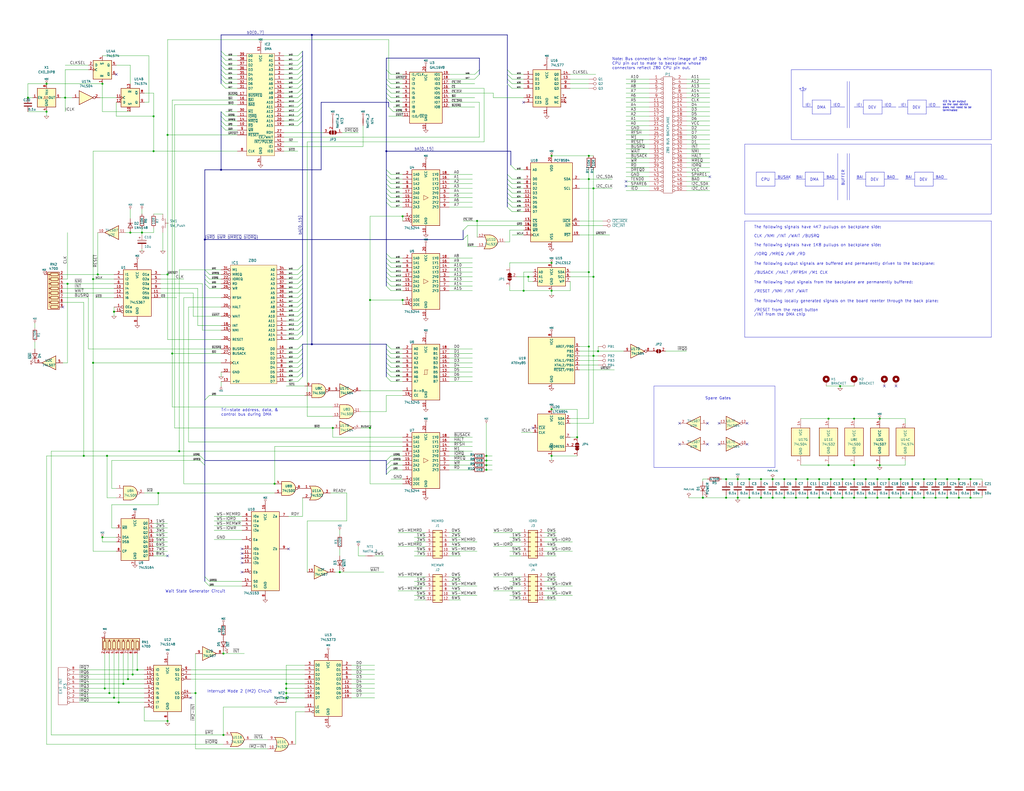
<source format=kicad_sch>
(kicad_sch (version 20230121) (generator eeschema)
  (paper "C")
  (junction (at 516.89 271.78))
  (junction (at 156.21 375.92))
  (junction (at 323.85 102.87))
  (junction (at 529.59 261.62))
  (junction (at 321.31 85.09))
  (junction (at 480.06 254))
  (junction (at 210.82 82.55))
  (junction (at 421.64 261.62))
  (junction (at 300.99 85.09))
  (junction (at 181.61 233.68))
  (junction (at 265.43 254))
  (junction (at 415.29 271.78))
  (junction (at 72.39 368.3))
  (junction (at 64.77 383.54))
  (junction (at 466.09 261.62))
  (junction (at 77.47 127))
  (junction (at 480.06 228.6))
  (junction (at 121.92 356.87))
  (junction (at 25.4 60.96))
  (junction (at 529.59 271.78))
  (junction (at 288.29 151.13))
  (junction (at 478.79 261.62))
  (junction (at 265.43 251.46))
  (junction (at 402.59 271.78))
  (junction (at 466.09 254))
  (junction (at 383.54 271.78))
  (junction (at 459.74 261.62))
  (junction (at 466.09 228.6))
  (junction (at 427.99 261.62))
  (junction (at 516.89 261.62))
  (junction (at 314.96 238.76))
  (junction (at 326.39 191.77))
  (junction (at 466.09 271.78))
  (junction (at 415.29 261.62))
  (junction (at 523.24 261.62))
  (junction (at 427.99 271.78))
  (junction (at 260.35 120.65))
  (junction (at 452.12 254))
  (junction (at 55.88 45.72))
  (junction (at 402.59 261.62))
  (junction (at 504.19 261.62))
  (junction (at 58.42 248.92))
  (junction (at 510.54 271.78))
  (junction (at 321.31 97.79))
  (junction (at 478.79 271.78))
  (junction (at 396.24 261.62))
  (junction (at 285.75 158.75))
  (junction (at 45.72 248.92))
  (junction (at 497.84 261.62))
  (junction (at 59.69 378.46))
  (junction (at 53.34 149.86))
  (junction (at 452.12 228.6))
  (junction (at 91.44 149.86))
  (junction (at 453.39 261.62))
  (junction (at 67.31 373.38))
  (junction (at 219.71 118.11))
  (junction (at 91.44 73.66))
  (junction (at 25.4 45.72))
  (junction (at 71.12 127))
  (junction (at 300.99 248.92))
  (junction (at 149.86 264.16))
  (junction (at 321.31 148.59))
  (junction (at 62.23 381))
  (junction (at 74.93 365.76))
  (junction (at 55.88 293.37))
  (junction (at 106.68 378.46))
  (junction (at 434.34 261.62))
  (junction (at 57.15 375.92))
  (junction (at 219.71 163.83))
  (junction (at 50.8 152.4))
  (junction (at 36.83 154.94))
  (junction (at 472.44 271.78))
  (junction (at 69.85 370.84))
  (junction (at 50.8 198.12))
  (junction (at 265.43 256.54))
  (junction (at 300.99 158.75))
  (junction (at 156.21 373.38))
  (junction (at 323.85 194.31))
  (junction (at 91.44 393.7))
  (junction (at 458.47 210.82))
  (junction (at 472.44 261.62))
  (junction (at 35.56 53.34))
  (junction (at 523.24 271.78))
  (junction (at 62.23 170.18))
  (junction (at 300.99 143.51))
  (junction (at 440.69 271.78))
  (junction (at 120.65 92.71))
  (junction (at 121.92 401.32))
  (junction (at 15.24 53.34))
  (junction (at 321.31 189.23))
  (junction (at 447.04 271.78))
  (junction (at 93.98 193.04))
  (junction (at 440.69 261.62))
  (junction (at 459.74 271.78))
  (junction (at 434.34 271.78))
  (junction (at 497.84 271.78))
  (junction (at 485.14 261.62))
  (junction (at 323.85 151.13))
  (junction (at 491.49 261.62))
  (junction (at 453.39 271.78))
  (junction (at 156.21 378.46))
  (junction (at 201.93 163.83))
  (junction (at 447.04 261.62))
  (junction (at 201.93 233.68))
  (junction (at 156.21 381))
  (junction (at 83.82 82.55))
  (junction (at 185.42 312.42))
  (junction (at 97.79 246.38))
  (junction (at 491.49 271.78))
  (junction (at 111.76 130.81))
  (junction (at 504.19 271.78))
  (junction (at 170.18 187.96))
  (junction (at 83.82 63.5))
  (junction (at 300.99 223.52))
  (junction (at 170.18 19.05))
  (junction (at 510.54 261.62))
  (junction (at 396.24 271.78))
  (junction (at 408.94 261.62))
  (junction (at 408.94 271.78))
  (junction (at 265.43 248.92))
  (junction (at 485.14 271.78))
  (junction (at 421.64 271.78))
  (junction (at 86.36 269.24))
  (no_connect (at 392.43 242.57))
  (no_connect (at 132.08 307.34))
  (no_connect (at 132.08 299.72))
  (no_connect (at 370.84 242.57))
  (no_connect (at 488.95 210.82))
  (no_connect (at 132.08 302.26))
  (no_connect (at 285.75 55.88))
  (no_connect (at 132.08 312.42))
  (no_connect (at 386.08 242.57))
  (no_connect (at 386.08 231.14))
  (no_connect (at 34.29 167.64))
  (no_connect (at 387.35 96.52))
  (no_connect (at 157.48 299.72))
  (no_connect (at 132.08 304.8))
  (no_connect (at 407.67 231.14))
  (no_connect (at 290.83 233.68))
  (no_connect (at 370.84 231.14))
  (no_connect (at 407.67 242.57))
  (no_connect (at 482.6 210.82))
  (no_connect (at 341.63 99.06))
  (no_connect (at 91.44 303.53))
  (no_connect (at 341.63 101.6))
  (no_connect (at 63.5 40.64))
  (no_connect (at 104.14 381))
  (no_connect (at 392.43 231.14))
  (bus_entry (at 114.3 149.86) (size -2.54 -2.54))
  (bus_entry (at 213.36 113.03) (size -2.54 -2.54))
  (bus_entry (at 276.86 107.95) (size 2.54 2.54))
  (bus_entry (at 213.36 107.95) (size -2.54 -2.54))
  (bus_entry (at 162.56 38.1) (size 2.54 -2.54))
  (bus_entry (at 210.82 259.08) (size 2.54 -2.54))
  (bus_entry (at 213.36 148.59) (size -2.54 -2.54))
  (bus_entry (at 162.56 60.96) (size 2.54 -2.54))
  (bus_entry (at 276.86 105.41) (size 2.54 2.54))
  (bus_entry (at 162.56 205.74) (size 2.54 -2.54))
  (bus_entry (at 114.3 154.94) (size -2.54 -2.54))
  (bus_entry (at 162.56 152.4) (size 2.54 -2.54))
  (bus_entry (at 162.56 40.64) (size 2.54 -2.54))
  (bus_entry (at 162.56 195.58) (size 2.54 -2.54))
  (bus_entry (at 162.56 203.2) (size 2.54 -2.54))
  (bus_entry (at 279.4 100.33) (size -2.54 -2.54))
  (bus_entry (at 162.56 33.02) (size 2.54 -2.54))
  (bus_entry (at 279.4 97.79) (size -2.54 -2.54))
  (bus_entry (at 213.36 50.8) (size -2.54 -2.54))
  (bus_entry (at 123.19 71.12) (size -2.54 -2.54))
  (bus_entry (at 213.36 158.75) (size -2.54 -2.54))
  (bus_entry (at 213.36 156.21) (size -2.54 -2.54))
  (bus_entry (at 213.36 95.25) (size -2.54 -2.54))
  (bus_entry (at 213.36 55.88) (size -2.54 -2.54))
  (bus_entry (at 162.56 45.72) (size 2.54 -2.54))
  (bus_entry (at 213.36 143.51) (size -2.54 -2.54))
  (bus_entry (at 279.4 40.64) (size -2.54 -2.54))
  (bus_entry (at 162.56 177.8) (size 2.54 -2.54))
  (bus_entry (at 114.3 157.48) (size -2.54 -2.54))
  (bus_entry (at 213.36 100.33) (size -2.54 -2.54))
  (bus_entry (at 162.56 165.1) (size 2.54 -2.54))
  (bus_entry (at 162.56 182.88) (size 2.54 -2.54))
  (bus_entry (at 252.73 125.73) (size 2.54 -2.54))
  (bus_entry (at 213.36 105.41) (size -2.54 -2.54))
  (bus_entry (at 162.56 208.28) (size 2.54 -2.54))
  (bus_entry (at 123.19 66.04) (size -2.54 -2.54))
  (bus_entry (at 162.56 200.66) (size 2.54 -2.54))
  (bus_entry (at 162.56 160.02) (size 2.54 -2.54))
  (bus_entry (at 114.3 152.4) (size -2.54 -2.54))
  (bus_entry (at 276.86 110.49) (size 2.54 2.54))
  (bus_entry (at 213.36 53.34) (size -2.54 -2.54))
  (bus_entry (at 210.82 251.46) (size 2.54 -2.54))
  (bus_entry (at 213.36 151.13) (size -2.54 -2.54))
  (bus_entry (at 213.36 110.49) (size -2.54 -2.54))
  (bus_entry (at 123.19 68.58) (size -2.54 -2.54))
  (bus_entry (at 162.56 190.5) (size 2.54 -2.54))
  (bus_entry (at 213.36 190.5) (size -2.54 -2.54))
  (bus_entry (at 111.76 317.5) (size 2.54 2.54))
  (bus_entry (at 210.82 254) (size 2.54 -2.54))
  (bus_entry (at 213.36 153.67) (size -2.54 -2.54))
  (bus_entry (at 213.36 140.97) (size -2.54 -2.54))
  (bus_entry (at 259.08 43.18) (size 2.54 -2.54))
  (bus_entry (at 259.08 40.64) (size 2.54 -2.54))
  (bus_entry (at 162.56 149.86) (size 2.54 -2.54))
  (bus_entry (at 123.19 33.02) (size -2.54 -2.54))
  (bus_entry (at 162.56 68.58) (size 2.54 -2.54))
  (bus_entry (at 210.82 256.54) (size 2.54 -2.54))
  (bus_entry (at 162.56 48.26) (size 2.54 -2.54))
  (bus_entry (at 162.56 193.04) (size 2.54 -2.54))
  (bus_entry (at 111.76 314.96) (size 2.54 2.54))
  (bus_entry (at 162.56 198.12) (size 2.54 -2.54))
  (bus_entry (at 213.36 205.74) (size -2.54 -2.54))
  (bus_entry (at 276.86 113.03) (size 2.54 2.54))
  (bus_entry (at 162.56 157.48) (size 2.54 -2.54))
  (bus_entry (at 213.36 200.66) (size -2.54 -2.54))
  (bus_entry (at 162.56 170.18) (size 2.54 -2.54))
  (bus_entry (at 162.56 175.26) (size 2.54 -2.54))
  (bus_entry (at 213.36 102.87) (size -2.54 -2.54))
  (bus_entry (at 214.63 60.96) (size -2.54 -2.54))
  (bus_entry (at 213.36 208.28) (size -2.54 -2.54))
  (bus_entry (at 281.305 92.71) (size -2.54 -2.54))
  (bus_entry (at 123.19 48.26) (size -2.54 -2.54))
  (bus_entry (at 213.36 40.64) (size -2.54 -2.54))
  (bus_entry (at 162.56 167.64) (size 2.54 -2.54))
  (bus_entry (at 123.19 45.72) (size -2.54 -2.54))
  (bus_entry (at 213.36 45.72) (size -2.54 -2.54))
  (bus_entry (at 162.56 53.34) (size 2.54 -2.54))
  (bus_entry (at 162.56 55.88) (size 2.54 -2.54))
  (bus_entry (at 213.36 146.05) (size -2.54 -2.54))
  (bus_entry (at 252.73 130.81) (size 2.54 -2.54))
  (bus_entry (at 279.4 43.18) (size -2.54 -2.54))
  (bus_entry (at 162.56 162.56) (size 2.54 -2.54))
  (bus_entry (at 162.56 63.5) (size 2.54 -2.54))
  (bus_entry (at 123.19 43.18) (size -2.54 -2.54))
  (bus_entry (at 276.86 102.87) (size 2.54 2.54))
  (bus_entry (at 276.86 100.33) (size 2.54 2.54))
  (bus_entry (at 123.19 63.5) (size -2.54 -2.54))
  (bus_entry (at 111.76 218.44) (size 2.54 -2.54))
  (bus_entry (at 123.19 30.48) (size -2.54 -2.54))
  (bus_entry (at 162.56 58.42) (size 2.54 -2.54))
  (bus_entry (at 162.56 180.34) (size 2.54 -2.54))
  (bus_entry (at 213.36 203.2) (size -2.54 -2.54))
  (bus_entry (at 109.22 251.46) (size 2.54 2.54))
  (bus_entry (at 162.56 185.42) (size 2.54 -2.54))
  (bus_entry (at 213.36 193.04) (size -2.54 -2.54))
  (bus_entry (at 162.56 35.56) (size 2.54 -2.54))
  (bus_entry (at 279.4 45.72) (size -2.54 -2.54))
  (bus_entry (at 109.22 248.92) (size 2.54 2.54))
  (bus_entry (at 213.36 97.79) (size -2.54 -2.54))
  (bus_entry (at 165.1 144.78) (size -2.54 2.54))
  (bus_entry (at 162.56 43.18) (size 2.54 -2.54))
  (bus_entry (at 162.56 172.72) (size 2.54 -2.54))
  (bus_entry (at 213.36 198.12) (size -2.54 -2.54))
  (bus_entry (at 279.4 48.26) (size -2.54 -2.54))
  (bus_entry (at 162.56 30.48) (size 2.54 -2.54))
  (bus_entry (at 162.56 66.04) (size 2.54 -2.54))
  (bus_entry (at 123.19 40.64) (size -2.54 -2.54))
  (bus_entry (at 123.19 38.1) (size -2.54 -2.54))
  (bus_entry (at 162.56 50.8) (size 2.54 -2.54))
  (bus_entry (at 162.56 154.94) (size 2.54 -2.54))
  (bus_entry (at 213.36 195.58) (size -2.54 -2.54))
  (bus_entry (at 123.19 35.56) (size -2.54 -2.54))
  (bus_entry (at 213.36 48.26) (size -2.54 -2.54))
  (polyline (pts (xy 412.75 99.06) (xy 412.75 93.98)))
  (bus (pts (xy 261.62 38.1) (xy 261.62 40.64)))
  (wire (pts (xy 129.54 45.72) (xy 123.19 45.72)))
  (wire (pts (xy 374.65 58.42) (xy 387.35 58.42)))
  (wire (pts (xy 383.54 271.78) (xy 396.24 271.78)))
  (polyline (pts (xy 541.02 116.84) (xy 406.4 116.84)))
  (wire (pts (xy 529.59 261.62) (xy 535.94 261.62)))
  (wire (pts (xy 316.23 199.39) (xy 326.39 199.39)))
  (wire (pts (xy 154.94 82.55) (xy 162.56 82.55)))
  (wire (pts (xy 77.47 127) (xy 77.47 124.46)))
  (wire (pts (xy 34.29 152.4) (xy 36.83 152.4)))
  (wire (pts (xy 83.82 298.45) (xy 91.44 298.45)))
  (wire (pts (xy 69.85 356.87) (xy 69.85 370.84)))
  (wire (pts (xy 25.4 248.92) (xy 45.72 248.92)))
  (wire (pts (xy 219.71 97.79) (xy 213.36 97.79)))
  (wire (pts (xy 54.61 53.34) (xy 63.5 53.34)))
  (wire (pts (xy 25.4 406.4) (xy 25.4 248.92)))
  (wire (pts (xy 91.44 73.66) (xy 129.54 73.66)))
  (wire (pts (xy 129.54 43.18) (xy 123.19 43.18)))
  (bus (pts (xy 120.65 40.64) (xy 120.65 43.18)))
  (wire (pts (xy 504.19 270.51) (xy 504.19 271.78)))
  (wire (pts (xy 341.63 45.72) (xy 354.33 45.72)))
  (wire (pts (xy 35.56 53.34) (xy 35.56 60.96)))
  (bus (pts (xy 120.65 19.05) (xy 170.18 19.05)))
  (wire (pts (xy 523.24 270.51) (xy 523.24 271.78)))
  (polyline (pts (xy 482.6 97.79) (xy 490.22 97.79)))
  (bus (pts (xy 210.82 82.55) (xy 278.765 82.55)))
  (wire (pts (xy 279.4 128.27) (xy 285.75 128.27)))
  (wire (pts (xy 77.47 137.16) (xy 77.47 135.89)))
  (wire (pts (xy 129.54 48.26) (xy 123.19 48.26)))
  (wire (pts (xy 48.26 162.56) (xy 48.26 190.5)))
  (wire (pts (xy 63.5 288.29) (xy 60.96 288.29)))
  (wire (pts (xy 245.11 246.38) (xy 257.81 246.38)))
  (wire (pts (xy 129.54 71.12) (xy 123.19 71.12)))
  (wire (pts (xy 120.65 152.4) (xy 114.3 152.4)))
  (wire (pts (xy 265.43 251.46) (xy 265.43 254)))
  (wire (pts (xy 245.11 208.28) (xy 257.81 208.28)))
  (polyline (pts (xy 499.11 99.06) (xy 499.11 101.6)))
  (polyline (pts (xy 505.46 58.42) (xy 513.08 58.42)))
  (wire (pts (xy 212.09 21.59) (xy 91.44 21.59)))
  (wire (pts (xy 93.98 193.04) (xy 93.98 54.61)))
  (wire (pts (xy 154.94 35.56) (xy 162.56 35.56)))
  (wire (pts (xy 491.49 261.62) (xy 497.84 261.62)))
  (wire (pts (xy 57.15 356.87) (xy 57.15 375.92)))
  (wire (pts (xy 300.99 158.75) (xy 285.75 158.75)))
  (wire (pts (xy 245.11 322.58) (xy 251.46 322.58)))
  (wire (pts (xy 55.88 295.91) (xy 63.5 295.91)))
  (wire (pts (xy 35.56 53.34) (xy 39.37 53.34)))
  (wire (pts (xy 154.94 30.48) (xy 162.56 30.48)))
  (wire (pts (xy 374.65 73.66) (xy 387.35 73.66)))
  (wire (pts (xy 523.24 261.62) (xy 529.59 261.62)))
  (wire (pts (xy 83.82 303.53) (xy 91.44 303.53)))
  (wire (pts (xy 87.63 157.48) (xy 107.95 157.48)))
  (wire (pts (xy 245.11 43.18) (xy 259.08 43.18)))
  (polyline (pts (xy 406.4 120.65) (xy 541.02 120.65)))
  (wire (pts (xy 374.65 63.5) (xy 387.35 63.5)))
  (wire (pts (xy 245.11 156.21) (xy 257.81 156.21)))
  (wire (pts (xy 185.42 292.1) (xy 185.42 289.56)))
  (wire (pts (xy 78.74 269.24) (xy 86.36 269.24)))
  (polyline (pts (xy 541.02 184.15) (xy 406.4 184.15)))
  (wire (pts (xy 154.94 55.88) (xy 162.56 55.88)))
  (wire (pts (xy 120.65 203.2) (xy 120.65 205.74)))
  (wire (pts (xy 78.74 386.08) (xy 78.74 393.7)))
  (wire (pts (xy 121.92 356.87) (xy 121.92 355.6)))
  (wire (pts (xy 87.63 149.86) (xy 91.44 149.86)))
  (polyline (pts (xy 453.39 58.42) (xy 461.01 58.42)))
  (wire (pts (xy 341.63 78.74) (xy 354.33 78.74)))
  (wire (pts (xy 83.82 290.83) (xy 91.44 290.83)))
  (wire (pts (xy 43.18 368.3) (xy 72.39 368.3)))
  (wire (pts (xy 219.71 107.95) (xy 213.36 107.95)))
  (wire (pts (xy 55.88 30.48) (xy 81.28 30.48)))
  (wire (pts (xy 36.83 127) (xy 36.83 152.4)))
  (wire (pts (xy 201.93 264.16) (xy 219.71 264.16)))
  (wire (pts (xy 447.04 261.62) (xy 447.04 262.89)))
  (wire (pts (xy 269.24 322.58) (xy 284.48 322.58)))
  (polyline (pts (xy 439.42 93.98) (xy 449.58 93.98)))
  (polyline (pts (xy 481.33 58.42) (xy 488.95 58.42)))
  (wire (pts (xy 279.4 113.03) (xy 285.75 113.03)))
  (bus (pts (xy 210.82 203.2) (xy 210.82 205.74)))
  (wire (pts (xy 77.47 127) (xy 83.82 127)))
  (wire (pts (xy 226.06 320.04) (xy 232.41 320.04)))
  (wire (pts (xy 25.4 45.72) (xy 55.88 45.72)))
  (wire (pts (xy 219.71 113.03) (xy 213.36 113.03)))
  (wire (pts (xy 43.18 383.54) (xy 64.77 383.54)))
  (wire (pts (xy 191.77 375.92) (xy 204.47 375.92)))
  (wire (pts (xy 494.03 228.6) (xy 494.03 231.14)))
  (wire (pts (xy 195.58 298.45) (xy 195.58 303.53)))
  (bus (pts (xy 165.1 43.18) (xy 165.1 45.72)))
  (wire (pts (xy 434.34 261.62) (xy 434.34 262.89)))
  (wire (pts (xy 191.77 370.84) (xy 204.47 370.84)))
  (bus (pts (xy 210.82 95.25) (xy 210.82 97.79)))
  (wire (pts (xy 316.23 196.85) (xy 326.39 196.85)))
  (wire (pts (xy 323.85 194.31) (xy 316.23 194.31)))
  (wire (pts (xy 279.4 102.87) (xy 285.75 102.87)))
  (wire (pts (xy 62.23 381) (xy 78.74 381)))
  (bus (pts (xy 210.82 254) (xy 210.82 256.54)))
  (bus (pts (xy 120.65 66.04) (xy 120.65 68.58)))
  (polyline (pts (xy 449.58 93.98) (xy 449.58 101.6)))
  (wire (pts (xy 219.71 50.8) (xy 213.36 50.8)))
  (wire (pts (xy 245.11 248.92) (xy 257.81 248.92)))
  (bus (pts (xy 120.65 19.05) (xy 120.65 27.94)))
  (wire (pts (xy 95.25 233.68) (xy 181.61 233.68)))
  (wire (pts (xy 129.54 33.02) (xy 123.19 33.02)))
  (wire (pts (xy 245.11 148.59) (xy 257.81 148.59)))
  (wire (pts (xy 78.74 393.7) (xy 91.44 393.7)))
  (wire (pts (xy 341.63 43.18) (xy 354.33 43.18)))
  (wire (pts (xy 156.21 147.32) (xy 162.56 147.32)))
  (wire (pts (xy 252.73 120.65) (xy 260.35 120.65)))
  (bus (pts (xy 210.82 97.79) (xy 210.82 100.33)))
  (bus (pts (xy 120.65 35.56) (xy 120.65 38.1)))
  (wire (pts (xy 341.63 73.66) (xy 354.33 73.66)))
  (bus (pts (xy 210.82 195.58) (xy 210.82 198.12)))
  (wire (pts (xy 156.21 185.42) (xy 162.56 185.42)))
  (wire (pts (xy 245.11 203.2) (xy 257.81 203.2)))
  (wire (pts (xy 245.11 55.88) (xy 261.62 55.88)))
  (wire (pts (xy 374.65 83.82) (xy 387.35 83.82)))
  (wire (pts (xy 311.15 40.64) (xy 325.12 40.64)))
  (bus (pts (xy 210.82 48.26) (xy 210.82 50.8)))
  (wire (pts (xy 374.65 48.26) (xy 387.35 48.26)))
  (wire (pts (xy 219.71 198.12) (xy 213.36 198.12)))
  (polyline (pts (xy 356.87 210.82) (xy 356.87 255.27)))
  (wire (pts (xy 48.26 190.5) (xy 120.65 190.5)))
  (wire (pts (xy 226.06 300.99) (xy 232.41 300.99)))
  (polyline (pts (xy 438.15 49.53) (xy 438.15 58.42)))
  (bus (pts (xy 165.1 193.04) (xy 165.1 195.58)))
  (wire (pts (xy 278.13 158.75) (xy 285.75 158.75)))
  (wire (pts (xy 154.94 58.42) (xy 162.56 58.42)))
  (wire (pts (xy 440.69 270.51) (xy 440.69 271.78)))
  (polyline (pts (xy 505.46 62.23) (xy 495.3 62.23)))
  (polyline (pts (xy 422.91 101.6) (xy 412.75 101.6)))
  (polyline (pts (xy 482.6 101.6) (xy 472.44 101.6)))
  (bus (pts (xy 210.82 53.34) (xy 210.82 82.55)))
  (wire (pts (xy 156.21 373.38) (xy 156.21 375.92)))
  (wire (pts (xy 341.63 55.88) (xy 354.33 55.88)))
  (wire (pts (xy 219.71 105.41) (xy 213.36 105.41)))
  (wire (pts (xy 269.24 298.45) (xy 284.48 298.45)))
  (wire (pts (xy 67.31 356.87) (xy 67.31 373.38)))
  (bus (pts (xy 210.82 38.1) (xy 210.82 43.18)))
  (wire (pts (xy 341.63 48.26) (xy 354.33 48.26)))
  (wire (pts (xy 374.65 60.96) (xy 387.35 60.96)))
  (bus (pts (xy 111.76 254) (xy 111.76 314.96)))
  (wire (pts (xy 156.21 193.04) (xy 162.56 193.04)))
  (wire (pts (xy 78.74 373.38) (xy 67.31 373.38)))
  (wire (pts (xy 93.98 54.61) (xy 129.54 54.61)))
  (bus (pts (xy 111.76 154.94) (xy 111.76 218.44)))
  (bus (pts (xy 165.1 45.72) (xy 165.1 48.26)))
  (wire (pts (xy 415.29 261.62) (xy 415.29 262.89)))
  (wire (pts (xy 226.06 317.5) (xy 232.41 317.5)))
  (wire (pts (xy 323.85 194.31) (xy 323.85 231.14)))
  (wire (pts (xy 87.63 154.94) (xy 110.49 154.94)))
  (wire (pts (xy 290.83 151.13) (xy 288.29 151.13)))
  (wire (pts (xy 245.11 254) (xy 257.81 254)))
  (wire (pts (xy 466.09 270.51) (xy 466.09 271.78)))
  (wire (pts (xy 284.48 236.22) (xy 290.83 236.22)))
  (polyline (pts (xy 449.58 97.79) (xy 457.2 97.79)))
  (wire (pts (xy 447.04 261.62) (xy 453.39 261.62)))
  (bus (pts (xy 165.1 180.34) (xy 165.1 182.88)))
  (wire (pts (xy 52.07 162.56) (xy 62.23 162.56)))
  (bus (pts (xy 276.86 100.33) (xy 276.86 102.87)))
  (polyline (pts (xy 453.39 62.23) (xy 443.23 62.23)))
  (wire (pts (xy 383.54 262.89) (xy 383.54 261.62)))
  (wire (pts (xy 19.05 190.5) (xy 19.05 186.69)))
  (wire (pts (xy 226.06 303.53) (xy 232.41 303.53)))
  (polyline (pts (xy 482.6 93.98) (xy 482.6 101.6)))
  (wire (pts (xy 156.21 172.72) (xy 162.56 172.72)))
  (bus (pts (xy 165.1 53.34) (xy 165.1 55.88)))
  (polyline (pts (xy 412.75 93.98) (xy 422.91 93.98)))
  (polyline (pts (xy 422.91 210.82) (xy 356.87 210.82)))
  (bus (pts (xy 276.86 102.87) (xy 276.86 105.41)))
  (wire (pts (xy 165.1 271.78) (xy 165.1 281.94)))
  (wire (pts (xy 156.21 203.2) (xy 162.56 203.2)))
  (wire (pts (xy 341.63 63.5) (xy 354.33 63.5)))
  (wire (pts (xy 278.13 303.53) (xy 284.48 303.53)))
  (wire (pts (xy 57.15 375.92) (xy 78.74 375.92)))
  (wire (pts (xy 189.23 269.24) (xy 189.23 284.48)))
  (wire (pts (xy 149.86 264.16) (xy 149.86 243.84)))
  (bus (pts (xy 165.1 195.58) (xy 165.1 198.12)))
  (bus (pts (xy 120.65 27.94) (xy 120.65 30.48)))
  (wire (pts (xy 62.23 170.18) (xy 62.23 172.72)))
  (polyline (pts (xy 406.4 78.74) (xy 406.4 116.84)))
  (wire (pts (xy 278.13 125.73) (xy 278.13 132.08)))
  (wire (pts (xy 245.11 107.95) (xy 257.81 107.95)))
  (wire (pts (xy 374.65 55.88) (xy 387.35 55.88)))
  (wire (pts (xy 297.18 317.5) (xy 303.53 317.5)))
  (wire (pts (xy 326.39 189.23) (xy 326.39 191.77)))
  (wire (pts (xy 219.71 208.28) (xy 213.36 208.28)))
  (wire (pts (xy 321.31 97.79) (xy 334.01 97.79)))
  (wire (pts (xy 245.11 140.97) (xy 257.81 140.97)))
  (wire (pts (xy 383.54 261.62) (xy 386.08 261.62)))
  (wire (pts (xy 245.11 158.75) (xy 257.81 158.75)))
  (bus (pts (xy 261.62 31.75) (xy 261.62 38.1)))
  (wire (pts (xy 245.11 256.54) (xy 257.81 256.54)))
  (wire (pts (xy 110.49 154.94) (xy 110.49 180.34)))
  (wire (pts (xy 154.94 72.39) (xy 176.53 72.39)))
  (wire (pts (xy 185.42 303.53) (xy 185.42 299.72)))
  (wire (pts (xy 374.65 99.06) (xy 387.35 99.06)))
  (wire (pts (xy 341.63 101.6) (xy 354.33 101.6)))
  (wire (pts (xy 43.18 375.92) (xy 57.15 375.92)))
  (polyline (pts (xy 434.34 97.79) (xy 439.42 97.79)))
  (wire (pts (xy 402.59 261.62) (xy 408.94 261.62)))
  (bus (pts (xy 165.1 48.26) (xy 165.1 50.8)))
  (wire (pts (xy 245.11 58.42) (xy 259.08 58.42)))
  (wire (pts (xy 219.71 153.67) (xy 213.36 153.67)))
  (wire (pts (xy 264.16 48.26) (xy 245.11 48.26)))
  (wire (pts (xy 100.33 162.56) (xy 120.65 162.56)))
  (wire (pts (xy 156.21 200.66) (xy 162.56 200.66)))
  (bus (pts (xy 276.86 107.95) (xy 276.86 110.49)))
  (wire (pts (xy 415.29 271.78) (xy 421.64 271.78)))
  (wire (pts (xy 288.29 153.67) (xy 290.83 153.67)))
  (polyline (pts (xy 481.33 62.23) (xy 471.17 62.23)))
  (polyline (pts (xy 412.75 99.06) (xy 412.75 101.6)))
  (bus (pts (xy 165.1 30.48) (xy 165.1 33.02)))
  (wire (pts (xy 219.71 156.21) (xy 213.36 156.21)))
  (wire (pts (xy 58.42 248.92) (xy 109.22 248.92)))
  (wire (pts (xy 124.46 52.07) (xy 129.54 52.07)))
  (wire (pts (xy 60.96 251.46) (xy 60.96 266.7)))
  (polyline (pts (xy 457.2 83.82) (xy 457.2 109.22)))
  (bus (pts (xy 210.82 187.96) (xy 210.82 190.5)))
  (wire (pts (xy 297.18 295.91) (xy 312.42 295.91)))
  (wire (pts (xy 63.5 35.56) (xy 71.12 35.56)))
  (wire (pts (xy 219.71 60.96) (xy 214.63 60.96)))
  (wire (pts (xy 83.82 293.37) (xy 91.44 293.37)))
  (wire (pts (xy 415.29 270.51) (xy 415.29 271.78)))
  (wire (pts (xy 83.82 82.55) (xy 129.54 82.55)))
  (polyline (pts (xy 509.27 93.98) (xy 509.27 101.6)))
  (bus (pts (xy 120.65 60.96) (xy 120.65 63.5)))
  (bus (pts (xy 210.82 140.97) (xy 210.82 143.51)))
  (wire (pts (xy 245.11 146.05) (xy 257.81 146.05)))
  (wire (pts (xy 156.21 162.56) (xy 162.56 162.56)))
  (wire (pts (xy 217.17 298.45) (xy 232.41 298.45)))
  (wire (pts (xy 374.65 86.36) (xy 387.35 86.36)))
  (polyline (pts (xy 495.3 59.69) (xy 495.3 62.23)))
  (wire (pts (xy 219.71 193.04) (xy 213.36 193.04)))
  (bus (pts (xy 210.82 193.04) (xy 210.82 195.58)))
  (wire (pts (xy 323.85 92.71) (xy 323.85 102.87)))
  (bus (pts (xy 165.1 162.56) (xy 165.1 165.1)))
  (wire (pts (xy 453.39 261.62) (xy 453.39 262.89)))
  (wire (pts (xy 15.24 60.96) (xy 25.4 60.96)))
  (wire (pts (xy 383.54 270.51) (xy 383.54 271.78)))
  (wire (pts (xy 374.65 76.2) (xy 387.35 76.2)))
  (wire (pts (xy 321.31 189.23) (xy 321.31 228.6)))
  (wire (pts (xy 485.14 271.78) (xy 491.49 271.78)))
  (wire (pts (xy 497.84 271.78) (xy 504.19 271.78)))
  (wire (pts (xy 50.8 198.12) (xy 120.65 198.12)))
  (wire (pts (xy 300.99 158.75) (xy 300.99 161.29)))
  (wire (pts (xy 95.25 57.15) (xy 95.25 233.68)))
  (wire (pts (xy 25.4 406.4) (xy 121.92 406.4)))
  (wire (pts (xy 67.31 373.38) (xy 43.18 373.38)))
  (wire (pts (xy 217.17 314.96) (xy 232.41 314.96)))
  (wire (pts (xy 402.59 271.78) (xy 408.94 271.78)))
  (wire (pts (xy 341.63 68.58) (xy 354.33 68.58)))
  (wire (pts (xy 245.11 298.45) (xy 251.46 298.45)))
  (wire (pts (xy 100.33 264.16) (xy 149.86 264.16)))
  (wire (pts (xy 62.23 167.64) (xy 62.23 170.18)))
  (wire (pts (xy 83.82 124.46) (xy 83.82 127)))
  (wire (pts (xy 34.29 157.48) (xy 62.23 157.48)))
  (wire (pts (xy 453.39 270.51) (xy 453.39 271.78)))
  (wire (pts (xy 316.23 123.19) (xy 328.93 123.19)))
  (bus (pts (xy 165.1 66.04) (xy 165.1 144.78)))
  (wire (pts (xy 265.43 231.14) (xy 265.43 248.92)))
  (polyline (pts (xy 541.02 120.65) (xy 541.02 184.15)))
  (wire (pts (xy 219.71 102.87) (xy 213.36 102.87)))
  (wire (pts (xy 83.82 63.5) (xy 83.82 82.55)))
  (wire (pts (xy 154.94 33.02) (xy 162.56 33.02)))
  (wire (pts (xy 321.31 189.23) (xy 316.23 189.23)))
  (bus (pts (xy 210.82 251.46) (xy 111.76 251.46)))
  (wire (pts (xy 311.15 45.72) (xy 321.31 45.72)))
  (bus (pts (xy 210.82 190.5) (xy 210.82 193.04)))
  (wire (pts (xy 316.23 191.77) (xy 326.39 191.77)))
  (wire (pts (xy 323.85 102.87) (xy 323.85 151.13)))
  (wire (pts (xy 154.94 77.47) (xy 162.56 77.47)))
  (wire (pts (xy 116.84 294.64) (xy 132.08 294.64)))
  (wire (pts (xy 415.29 261.62) (xy 421.64 261.62)))
  (wire (pts (xy 452.12 254) (xy 466.09 254)))
  (wire (pts (xy 156.21 375.92) (xy 166.37 375.92)))
  (wire (pts (xy 311.15 48.26) (xy 321.31 48.26)))
  (wire (pts (xy 226.06 327.66) (xy 232.41 327.66)))
  (wire (pts (xy 459.74 271.78) (xy 466.09 271.78)))
  (wire (pts (xy 219.71 95.25) (xy 213.36 95.25)))
  (wire (pts (xy 436.88 228.6) (xy 452.12 228.6)))
  (wire (pts (xy 213.36 251.46) (xy 219.71 251.46)))
  (wire (pts (xy 297.18 325.12) (xy 312.42 325.12)))
  (wire (pts (xy 219.71 55.88) (xy 213.36 55.88)))
  (wire (pts (xy 212.09 43.18) (xy 219.71 43.18)))
  (wire (pts (xy 245.11 50.8) (xy 269.24 50.8)))
  (wire (pts (xy 34.29 162.56) (xy 48.26 162.56)))
  (wire (pts (xy 156.21 149.86) (xy 162.56 149.86)))
  (wire (pts (xy 472.44 261.62) (xy 478.79 261.62)))
  (wire (pts (xy 458.47 210.82) (xy 466.09 210.82)))
  (wire (pts (xy 185.42 312.42) (xy 209.55 312.42)))
  (bus (pts (xy 210.82 50.8) (xy 210.82 53.34)))
  (wire (pts (xy 15.24 45.72) (xy 25.4 45.72)))
  (wire (pts (xy 217.17 290.83) (xy 232.41 290.83)))
  (polyline (pts (xy 436.88 49.53) (xy 439.42 49.53)))
  (bus (pts (xy 210.82 31.75) (xy 210.82 38.1)))
  (wire (pts (xy 510.54 261.62) (xy 510.54 262.89)))
  (wire (pts (xy 154.94 63.5) (xy 162.56 63.5)))
  (wire (pts (xy 278.13 156.21) (xy 278.13 158.75)))
  (wire (pts (xy 83.82 82.55) (xy 50.8 82.55)))
  (wire (pts (xy 199.39 303.53) (xy 195.58 303.53)))
  (wire (pts (xy 191.77 378.46) (xy 204.47 378.46)))
  (wire (pts (xy 480.06 254) (xy 494.03 254)))
  (wire (pts (xy 191.77 365.76) (xy 204.47 365.76)))
  (wire (pts (xy 341.63 50.8) (xy 354.33 50.8)))
  (wire (pts (xy 154.94 45.72) (xy 162.56 45.72)))
  (wire (pts (xy 95.25 57.15) (xy 129.54 57.15)))
  (wire (pts (xy 36.83 154.94) (xy 62.23 154.94)))
  (wire (pts (xy 86.36 269.24) (xy 149.86 269.24)))
  (wire (pts (xy 288.29 151.13) (xy 288.29 153.67)))
  (wire (pts (xy 156.21 198.12) (xy 162.56 198.12)))
  (polyline (pts (xy 541.02 38.1) (xy 541.02 76.2)))
  (wire (pts (xy 278.13 143.51) (xy 300.99 143.51)))
  (wire (pts (xy 81.28 55.88) (xy 78.74 55.88)))
  (wire (pts (xy 300.99 85.09) (xy 321.31 85.09)))
  (wire (pts (xy 297.18 322.58) (xy 303.53 322.58)))
  (wire (pts (xy 219.71 120.65) (xy 219.71 118.11)))
  (wire (pts (xy 261.62 74.93) (xy 261.62 55.88)))
  (wire (pts (xy 105.41 172.72) (xy 120.65 172.72)))
  (wire (pts (xy 321.31 85.09) (xy 323.85 85.09)))
  (wire (pts (xy 494.03 254) (xy 494.03 251.46)))
  (bus (pts (xy 165.1 149.86) (xy 165.1 152.4)))
  (polyline (pts (xy 481.33 54.61) (xy 481.33 62.23)))
  (bus (pts (xy 276.86 110.49) (xy 276.86 113.03)))
  (wire (pts (xy 74.93 365.76) (xy 78.74 365.76)))
  (polyline (pts (xy 463.55 44.45) (xy 463.55 69.85)))
  (wire (pts (xy 104.14 378.46) (xy 106.68 378.46)))
  (wire (pts (xy 116.84 289.56) (xy 132.08 289.56)))
  (bus (pts (xy 165.1 33.02) (xy 165.1 35.56)))
  (polyline (pts (xy 422.91 93.98) (xy 422.91 101.6)))
  (wire (pts (xy 321.31 92.71) (xy 321.31 97.79)))
  (wire (pts (xy 245.11 113.03) (xy 257.81 113.03)))
  (wire (pts (xy 156.21 210.82) (xy 166.37 210.82)))
  (wire (pts (xy 245.11 143.51) (xy 257.81 143.51)))
  (wire (pts (xy 323.85 151.13) (xy 311.15 151.13)))
  (wire (pts (xy 156.21 381) (xy 156.21 383.54)))
  (bus (pts (xy 165.1 147.32) (xy 165.1 149.86)))
  (wire (pts (xy 323.85 151.13) (xy 323.85 194.31)))
  (wire (pts (xy 156.21 165.1) (xy 162.56 165.1)))
  (wire (pts (xy 341.63 66.04) (xy 354.33 66.04)))
  (wire (pts (xy 535.94 261.62) (xy 535.94 262.89)))
  (wire (pts (xy 265.43 254) (xy 268.605 254)))
  (wire (pts (xy 436.88 254) (xy 452.12 254)))
  (wire (pts (xy 219.71 190.5) (xy 213.36 190.5)))
  (wire (pts (xy 245.11 95.25) (xy 257.81 95.25)))
  (wire (pts (xy 156.21 182.88) (xy 162.56 182.88)))
  (wire (pts (xy 104.14 370.84) (xy 166.37 370.84)))
  (wire (pts (xy 311.15 238.76) (xy 314.96 238.76)))
  (wire (pts (xy 459.74 261.62) (xy 466.09 261.62)))
  (wire (pts (xy 210.82 224.79) (xy 210.82 215.9)))
  (wire (pts (xy 427.99 270.51) (xy 427.99 271.78)))
  (wire (pts (xy 374.65 91.44) (xy 387.35 91.44)))
  (wire (pts (xy 156.21 167.64) (xy 162.56 167.64)))
  (bus (pts (xy 210.82 102.87) (xy 210.82 105.41)))
  (wire (pts (xy 191.77 363.22) (xy 204.47 363.22)))
  (wire (pts (xy 219.71 163.83) (xy 201.93 163.83)))
  (wire (pts (xy 167.64 77.47) (xy 167.64 227.33)))
  (wire (pts (xy 212.09 21.59) (xy 212.09 43.18)))
  (wire (pts (xy 393.7 261.62) (xy 396.24 261.62)))
  (wire (pts (xy 154.94 40.64) (xy 162.56 40.64)))
  (wire (pts (xy 341.63 60.96) (xy 354.33 60.96)))
  (wire (pts (xy 245.11 193.04) (xy 257.81 193.04)))
  (wire (pts (xy 35.56 35.56) (xy 48.26 35.56)))
  (wire (pts (xy 219.71 58.42) (xy 214.63 58.42)))
  (wire (pts (xy 204.47 303.53) (xy 209.55 303.53)))
  (wire (pts (xy 402.59 261.62) (xy 402.59 262.89)))
  (wire (pts (xy 71.12 35.56) (xy 71.12 45.72)))
  (bus (pts (xy 165.1 203.2) (xy 165.1 205.74)))
  (wire (pts (xy 269.24 314.96) (xy 284.48 314.96)))
  (wire (pts (xy 285.75 97.79) (xy 279.4 97.79)))
  (wire (pts (xy 154.94 43.18) (xy 162.56 43.18)))
  (wire (pts (xy 245.11 40.64) (xy 259.08 40.64)))
  (wire (pts (xy 167.64 77.47) (xy 264.16 77.47)))
  (wire (pts (xy 516.89 271.78) (xy 523.24 271.78)))
  (wire (pts (xy 191.77 373.38) (xy 204.47 373.38)))
  (bus (pts (xy 111.76 92.71) (xy 120.65 92.71)))
  (wire (pts (xy 35.56 38.1) (xy 48.26 38.1)))
  (wire (pts (xy 504.19 261.62) (xy 510.54 261.62)))
  (polyline (pts (xy 509.27 97.79) (xy 516.89 97.79)))
  (bus (pts (xy 165.1 58.42) (xy 165.1 60.96)))
  (wire (pts (xy 156.21 170.18) (xy 162.56 170.18)))
  (wire (pts (xy 278.13 295.91) (xy 284.48 295.91)))
  (wire (pts (xy 278.13 300.99) (xy 284.48 300.99)))
  (wire (pts (xy 440.69 271.78) (xy 447.04 271.78)))
  (wire (pts (xy 297.18 327.66) (xy 303.53 327.66)))
  (bus (pts (xy 111.76 218.44) (xy 111.76 251.46)))
  (polyline (pts (xy 406.4 78.74) (xy 541.02 78.74)))
  (wire (pts (xy 245.11 241.3) (xy 257.81 241.3)))
  (wire (pts (xy 137.16 403.86) (xy 146.05 403.86)))
  (wire (pts (xy 466.09 271.78) (xy 472.44 271.78)))
  (wire (pts (xy 321.31 148.59) (xy 311.15 148.59)))
  (wire (pts (xy 156.21 381) (xy 166.37 381)))
  (wire (pts (xy 491.49 261.62) (xy 491.49 262.89)))
  (bus (pts (xy 276.86 97.79) (xy 276.86 100.33)))
  (wire (pts (xy 191.77 368.3) (xy 204.47 368.3)))
  (wire (pts (xy 116.84 281.94) (xy 132.08 281.94)))
  (wire (pts (xy 219.71 140.97) (xy 213.36 140.97)))
  (wire (pts (xy 219.71 143.51) (xy 213.36 143.51)))
  (wire (pts (xy 181.61 227.33) (xy 167.64 227.33)))
  (bus (pts (xy 120.65 63.5) (xy 120.65 66.04)))
  (wire (pts (xy 516.89 270.51) (xy 516.89 271.78)))
  (wire (pts (xy 129.54 30.48) (xy 123.19 30.48)))
  (wire (pts (xy 279.4 107.95) (xy 285.75 107.95)))
  (wire (pts (xy 316.23 128.27) (xy 332.74 128.27)))
  (wire (pts (xy 245.11 200.66) (xy 257.81 200.66)))
  (polyline (pts (xy 466.09 58.42) (xy 471.17 58.42)))
  (wire (pts (xy 107.95 177.8) (xy 120.65 177.8)))
  (bus (pts (xy 276.86 105.41) (xy 276.86 107.95)))
  (wire (pts (xy 326.39 191.77) (xy 340.36 191.77)))
  (wire (pts (xy 472.44 262.89) (xy 472.44 261.62)))
  (polyline (pts (xy 472.44 93.98) (xy 482.6 93.98)))
  (wire (pts (xy 497.84 261.62) (xy 504.19 261.62)))
  (wire (pts (xy 15.24 45.72) (xy 15.24 53.34)))
  (wire (pts (xy 297.18 298.45) (xy 303.53 298.45)))
  (wire (pts (xy 102.87 167.64) (xy 102.87 241.3)))
  (wire (pts (xy 341.63 58.42) (xy 354.33 58.42)))
  (wire (pts (xy 245.11 314.96) (xy 251.46 314.96)))
  (bus (pts (xy 165.1 154.94) (xy 165.1 157.48)))
  (wire (pts (xy 181.61 233.68) (xy 181.61 238.76)))
  (wire (pts (xy 91.44 21.59) (xy 91.44 73.66)))
  (wire (pts (xy 189.23 284.48) (xy 167.64 284.48)))
  (bus (pts (xy 120.65 43.18) (xy 120.65 45.72)))
  (polyline (pts (xy 439.42 99.06) (xy 439.42 93.98)))
  (wire (pts (xy 245.11 295.91) (xy 260.35 295.91)))
  (polyline (pts (xy 406.4 120.65) (xy 406.4 184.15)))
  (wire (pts (xy 219.71 110.49) (xy 213.36 110.49)))
  (bus (pts (xy 111.76 314.96) (xy 111.76 317.5)))
  (wire (pts (xy 156.21 378.46) (xy 156.21 381)))
  (polyline (pts (xy 439.42 99.06) (xy 439.42 101.6)))
  (wire (pts (xy 485.14 262.89) (xy 485.14 261.62)))
  (wire (pts (xy 165.1 281.94) (xy 157.48 281.94)))
  (wire (pts (xy 341.63 91.44) (xy 354.33 91.44)))
  (wire (pts (xy 434.34 270.51) (xy 434.34 271.78)))
  (wire (pts (xy 269.24 290.83) (xy 284.48 290.83)))
  (wire (pts (xy 421.64 261.62) (xy 427.99 261.62)))
  (wire (pts (xy 201.93 118.11) (xy 201.93 163.83)))
  (bus (pts (xy 111.76 251.46) (xy 111.76 254)))
  (wire (pts (xy 472.44 271.78) (xy 472.44 270.51)))
  (bus (pts (xy 170.18 19.05) (xy 276.86 19.05)))
  (wire (pts (xy 341.63 76.2) (xy 354.33 76.2)))
  (wire (pts (xy 27.94 401.32) (xy 27.94 246.38)))
  (polyline (pts (xy 509.27 101.6) (xy 499.11 101.6)))
  (bus (pts (xy 212.09 55.88) (xy 212.09 58.42)))
  (wire (pts (xy 529.59 270.51) (xy 529.59 271.78)))
  (wire (pts (xy 245.11 110.49) (xy 257.81 110.49)))
  (wire (pts (xy 374.65 78.74) (xy 387.35 78.74)))
  (bus (pts (xy 210.82 82.55) (xy 210.82 92.71)))
  (wire (pts (xy 219.71 200.66) (xy 213.36 200.66)))
  (wire (pts (xy 50.8 300.99) (xy 63.5 300.99)))
  (wire (pts (xy 245.11 53.34) (xy 259.08 53.34)))
  (wire (pts (xy 156.21 180.34) (xy 162.56 180.34)))
  (wire (pts (xy 102.87 241.3) (xy 219.71 241.3)))
  (wire (pts (xy 219.71 166.37) (xy 219.71 163.83)))
  (wire (pts (xy 91.44 393.7) (xy 91.44 394.97)))
  (wire (pts (xy 129.54 40.64) (xy 123.19 40.64)))
  (bus (pts (xy 165.1 160.02) (xy 165.1 162.56)))
  (wire (pts (xy 285.75 48.26) (xy 279.4 48.26)))
  (wire (pts (xy 106.68 356.87) (xy 106.68 378.46)))
  (wire (pts (xy 374.65 50.8) (xy 387.35 50.8)))
  (wire (pts (xy 374.65 43.18) (xy 387.35 43.18)))
  (wire (pts (xy 278.13 327.66) (xy 284.48 327.66)))
  (bus (pts (xy 212.09 55.88) (xy 175.26 55.88)))
  (wire (pts (xy 447.04 271.78) (xy 453.39 271.78)))
  (bus (pts (xy 120.65 33.02) (xy 120.65 35.56)))
  (bus (pts (xy 210.82 251.46) (xy 210.82 254)))
  (wire (pts (xy 156.21 154.94) (xy 162.56 154.94)))
  (bus (pts (xy 210.82 151.13) (xy 210.82 153.67)))
  (wire (pts (xy 60.96 288.29) (xy 60.96 275.59)))
  (bus (pts (xy 165.1 187.96) (xy 165.1 190.5)))
  (wire (pts (xy 480.06 228.6) (xy 494.03 228.6)))
  (wire (pts (xy 156.21 363.22) (xy 156.21 373.38)))
  (wire (pts (xy 156.21 205.74) (xy 162.56 205.74)))
  (wire (pts (xy 104.14 365.76) (xy 166.37 365.76)))
  (wire (pts (xy 129.54 60.96) (xy 123.19 60.96)))
  (wire (pts (xy 255.27 134.62) (xy 260.35 134.62)))
  (wire (pts (xy 321.31 148.59) (xy 321.31 189.23)))
  (bus (pts (xy 111.76 154.94) (xy 111.76 152.4)))
  (wire (pts (xy 114.3 215.9) (xy 166.37 215.9)))
  (wire (pts (xy 285.75 40.64) (xy 279.4 40.64)))
  (wire (pts (xy 323.85 102.87) (xy 334.01 102.87)))
  (wire (pts (xy 297.18 300.99) (xy 312.42 300.99)))
  (wire (pts (xy 321.31 97.79) (xy 321.31 148.59)))
  (wire (pts (xy 129.54 66.04) (xy 123.19 66.04)))
  (wire (pts (xy 374.65 45.72) (xy 387.35 45.72)))
  (wire (pts (xy 129.54 38.1) (xy 123.19 38.1)))
  (wire (pts (xy 154.94 68.58) (xy 162.56 68.58)))
  (wire (pts (xy 421.64 271.78) (xy 427.99 271.78)))
  (wire (pts (xy 535.94 270.51) (xy 535.94 271.78)))
  (wire (pts (xy 374.65 104.14) (xy 387.35 104.14)))
  (wire (pts (xy 466.09 262.89) (xy 466.09 261.62)))
  (wire (pts (xy 374.65 53.34) (xy 387.35 53.34)))
  (bus (pts (xy 175.26 55.88) (xy 175.26 92.71)))
  (wire (pts (xy 97.79 147.32) (xy 111.76 147.32)))
  (wire (pts (xy 300.99 248.92) (xy 314.96 248.92)))
  (bus (pts (xy 276.86 46.355) (xy 276.86 95.25)))
  (wire (pts (xy 374.65 81.28) (xy 387.35 81.28)))
  (bus (pts (xy 276.86 38.1) (xy 276.86 40.64)))
  (wire (pts (xy 114.3 320.04) (xy 132.08 320.04)))
  (wire (pts (xy 154.94 80.01) (xy 198.12 80.01)))
  (wire (pts (xy 245.11 317.5) (xy 251.46 317.5)))
  (wire (pts (xy 166.37 388.62) (xy 161.29 388.62)))
  (wire (pts (xy 154.94 74.93) (xy 261.62 74.93)))
  (polyline (pts (xy 356.87 255.27) (xy 422.91 255.27)))
  (wire (pts (xy 50.8 82.55) (xy 50.8 152.4)))
  (bus (pts (xy 210.82 43.18) (xy 210.82 45.72)))
  (polyline (pts (xy 495.3 54.61) (xy 505.46 54.61)))
  (wire (pts (xy 341.63 96.52) (xy 354.33 96.52)))
  (bus (pts (xy 120.65 38.1) (xy 120.65 40.64)))
  (wire (pts (xy 107.95 157.48) (xy 107.95 177.8)))
  (wire (pts (xy 213.36 256.54) (xy 219.71 256.54)))
  (wire (pts (xy 180.34 269.24) (xy 189.23 269.24)))
  (bus (pts (xy 165.1 165.1) (xy 165.1 167.64)))
  (wire (pts (xy 154.94 53.34) (xy 162.56 53.34)))
  (polyline (pts (xy 438.15 58.42) (xy 443.23 58.42)))
  (wire (pts (xy 219.71 246.38) (xy 97.79 246.38)))
  (wire (pts (xy 497.84 261.62) (xy 497.84 262.89)))
  (wire (pts (xy 504.19 271.78) (xy 510.54 271.78)))
  (wire (pts (xy 497.84 270.51) (xy 497.84 271.78)))
  (bus (pts (xy 276.86 40.64) (xy 276.86 43.18)))
  (wire (pts (xy 110.49 180.34) (xy 120.65 180.34)))
  (wire (pts (xy 480.06 254) (xy 480.06 255.27)))
  (wire (pts (xy 185.42 311.15) (xy 185.42 312.42)))
  (wire (pts (xy 311.15 231.14) (xy 323.85 231.14)))
  (wire (pts (xy 269.24 50.8) (xy 269.24 53.34)))
  (wire (pts (xy 529.59 271.78) (xy 535.94 271.78)))
  (bus (pts (xy 210.82 45.72) (xy 210.82 48.26)))
  (wire (pts (xy 264.16 48.26) (xy 264.16 77.47)))
  (wire (pts (xy 297.18 303.53) (xy 303.53 303.53)))
  (wire (pts (xy 374.65 93.98) (xy 387.35 93.98)))
  (bus (pts (xy 210.82 143.51) (xy 210.82 146.05)))
  (bus (pts (xy 165.1 187.96) (xy 170.18 187.96)))
  (wire (pts (xy 60.96 251.46) (xy 109.22 251.46)))
  (wire (pts (xy 408.94 261.62) (xy 408.94 262.89)))
  (wire (pts (xy 278.13 146.05) (xy 278.13 143.51)))
  (wire (pts (xy 87.63 152.4) (xy 100.33 152.4)))
  (wire (pts (xy 45.72 248.92) (xy 58.42 248.92)))
  (wire (pts (xy 167.64 284.48) (xy 167.64 312.42)))
  (wire (pts (xy 297.18 293.37) (xy 303.53 293.37)))
  (wire (pts (xy 516.89 261.62) (xy 523.24 261.62)))
  (bus (pts (xy 165.1 50.8) (xy 165.1 53.34)))
  (wire (pts (xy 341.63 81.28) (xy 354.33 81.28)))
  (wire (pts (xy 78.74 370.84) (xy 69.85 370.84)))
  (wire (pts (xy 34.29 149.86) (xy 53.34 149.86)))
  (wire (pts (xy 300.99 248.92) (xy 300.99 251.46)))
  (wire (pts (xy 265.43 248.92) (xy 268.605 248.92)))
  (wire (pts (xy 341.63 93.98) (xy 354.33 93.98)))
  (wire (pts (xy 58.42 271.78) (xy 63.5 271.78)))
  (wire (pts (xy 478.79 262.89) (xy 478.79 261.62)))
  (wire (pts (xy 226.06 293.37) (xy 232.41 293.37)))
  (wire (pts (xy 408.94 270.51) (xy 408.94 271.78)))
  (wire (pts (xy 87.63 160.02) (xy 105.41 160.02)))
  (wire (pts (xy 93.98 222.25) (xy 93.98 193.04)))
  (wire (pts (xy 281.94 151.13) (xy 288.29 151.13)))
  (wire (pts (xy 121.92 401.32) (xy 121.92 386.08)))
  (wire (pts (xy 53.34 149.86) (xy 53.34 127)))
  (wire (pts (xy 219.71 151.13) (xy 213.36 151.13)))
  (polyline (pts (xy 449.58 101.6) (xy 439.42 101.6)))
  (wire (pts (xy 78.74 50.8) (xy 83.82 50.8)))
  (bus (pts (xy 210.82 92.71) (xy 210.82 95.25)))
  (polyline (pts (xy 443.23 59.69) (xy 443.23 62.23)))
  (wire (pts (xy 129.54 68.58) (xy 123.19 68.58)))
  (wire (pts (xy 434.34 261.62) (xy 440.69 261.62)))
  (polyline (pts (xy 490.22 58.42) (xy 495.3 58.42)))
  (bus (pts (xy 165.1 152.4) (xy 165.1 154.94)))
  (wire (pts (xy 450.85 210.82) (xy 458.47 210.82)))
  (bus (pts (xy 120.65 68.58) (xy 120.65 92.71)))
  (wire (pts (xy 341.63 88.9) (xy 354.33 88.9)))
  (wire (pts (xy 326.39 194.31) (xy 323.85 194.31)))
  (polyline (pts (xy 462.28 83.82) (xy 462.28 109.22)))
  (wire (pts (xy 245.11 151.13) (xy 257.81 151.13)))
  (wire (pts (xy 86.36 275.59) (xy 86.36 269.24)))
  (wire (pts (xy 341.63 71.12) (xy 354.33 71.12)))
  (wire (pts (xy 156.21 195.58) (xy 162.56 195.58)))
  (wire (pts (xy 402.59 271.78) (xy 402.59 273.05)))
  (bus (pts (xy 210.82 107.95) (xy 210.82 110.49)))
  (wire (pts (xy 201.93 233.68) (xy 201.93 264.16)))
  (wire (pts (xy 440.69 261.62) (xy 447.04 261.62)))
  (wire (pts (xy 396.24 261.62) (xy 396.24 262.89)))
  (bus (pts (xy 111.76 152.4) (xy 111.76 149.86)))
  (wire (pts (xy 374.65 68.58) (xy 387.35 68.58)))
  (wire (pts (xy 255.27 123.19) (xy 285.75 123.19)))
  (wire (pts (xy 64.77 356.87) (xy 64.77 383.54)))
  (wire (pts (xy 245.11 195.58) (xy 257.81 195.58)))
  (bus (pts (xy 210.82 198.12) (xy 210.82 200.66)))
  (wire (pts (xy 219.71 195.58) (xy 213.36 195.58)))
  (wire (pts (xy 269.24 53.34) (xy 285.75 53.34)))
  (bus (pts (xy 175.26 92.71) (xy 120.65 92.71)))
  (wire (pts (xy 196.85 233.68) (xy 201.93 233.68)))
  (wire (pts (xy 363.22 191.77) (xy 374.65 191.77)))
  (wire (pts (xy 58.42 248.92) (xy 58.42 271.78)))
  (wire (pts (xy 91.44 149.86) (xy 91.44 185.42)))
  (wire (pts (xy 156.21 177.8) (xy 162.56 177.8)))
  (wire (pts (xy 421.64 261.62) (xy 421.64 262.89)))
  (wire (pts (xy 374.65 101.6) (xy 387.35 101.6)))
  (wire (pts (xy 74.93 356.87) (xy 74.93 365.76)))
  (wire (pts (xy 154.94 48.26) (xy 162.56 48.26)))
  (wire (pts (xy 285.75 45.72) (xy 279.4 45.72)))
  (wire (pts (xy 93.98 222.25) (xy 181.61 222.25)))
  (wire (pts (xy 245.11 198.12) (xy 257.81 198.12)))
  (wire (pts (xy 285.75 148.59) (xy 290.83 148.59)))
  (bus (pts (xy 165.1 55.88) (xy 165.1 58.42)))
  (bus (pts (xy 165.1 157.48) (xy 165.1 160.02)))
  (wire (pts (xy 63.5 55.88) (xy 63.5 63.5)))
  (wire (pts (xy 297.18 314.96) (xy 303.53 314.96)))
  (wire (pts (xy 196.85 213.36) (xy 219.71 213.36)))
  (wire (pts (xy 120.65 149.86) (xy 114.3 149.86)))
  (bus (pts (xy 170.18 187.96) (xy 210.82 187.96)))
  (polyline (pts (xy 541.02 78.74) (xy 541.02 116.84)))
  (wire (pts (xy 72.39 368.3) (xy 78.74 368.3)))
  (wire (pts (xy 91.44 73.66) (xy 91.44 149.86)))
  (wire (pts (xy 213.36 254) (xy 219.71 254)))
  (wire (pts (xy 77.47 116.84) (xy 77.47 114.3)))
  (wire (pts (xy 396.24 270.51) (xy 396.24 271.78)))
  (wire (pts (xy 156.21 208.28) (xy 162.56 208.28)))
  (wire (pts (xy 154.94 50.8) (xy 162.56 50.8)))
  (wire (pts (xy 156.21 373.38) (xy 166.37 373.38)))
  (wire (pts (xy 64.77 383.54) (xy 78.74 383.54)))
  (wire (pts (xy 245.11 293.37) (xy 251.46 293.37)))
  (wire (pts (xy 245.11 327.66) (xy 251.46 327.66)))
  (wire (pts (xy 116.84 284.48) (xy 132.08 284.48)))
  (wire (pts (xy 55.88 45.72) (xy 55.88 60.96)))
  (wire (pts (xy 255.27 128.27) (xy 255.27 134.62)))
  (wire (pts (xy 36.83 154.94) (xy 36.83 198.12)))
  (wire (pts (xy 55.88 293.37) (xy 63.5 293.37)))
  (bus (pts (xy 210.82 105.41) (xy 210.82 107.95)))
  (wire (pts (xy 149.86 243.84) (xy 219.71 243.84)))
  (bus (pts (xy 165.1 175.26) (xy 165.1 177.8)))
  (wire (pts (xy 278.13 132.08) (xy 275.59 132.08)))
  (wire (pts (xy 311.15 43.18) (xy 321.31 43.18)))
  (wire (pts (xy 219.71 238.76) (xy 181.61 238.76)))
  (polyline (pts (xy 471.17 59.69) (xy 471.17 62.23)))
  (wire (pts (xy 485.14 261.62) (xy 491.49 261.62)))
  (wire (pts (xy 83.82 288.29) (xy 91.44 288.29)))
  (wire (pts (xy 245.11 102.87) (xy 257.81 102.87)))
  (wire (pts (xy 83.82 295.91) (xy 91.44 295.91)))
  (polyline (pts (xy 494.03 97.79) (xy 499.11 97.79)))
  (wire (pts (xy 458.47 210.82) (xy 458.47 212.09)))
  (wire (pts (xy 408.94 271.78) (xy 415.29 271.78)))
  (wire (pts (xy 219.71 48.26) (xy 213.36 48.26)))
  (wire (pts (xy 375.92 271.78) (xy 383.54 271.78)))
  (wire (pts (xy 116.84 287.02) (xy 132.08 287.02)))
  (wire (pts (xy 245.11 243.84) (xy 257.81 243.84)))
  (wire (pts (xy 34.29 160.02) (xy 62.23 160.02)))
  (wire (pts (xy 260.35 120.65) (xy 285.75 120.65)))
  (wire (pts (xy 55.88 60.96) (xy 71.12 60.96)))
  (wire (pts (xy 83.82 300.99) (xy 91.44 300.99)))
  (wire (pts (xy 466.09 228.6) (xy 480.06 228.6)))
  (wire (pts (xy 154.94 60.96) (xy 162.56 60.96)))
  (wire (pts (xy 279.4 105.41) (xy 285.75 105.41)))
  (wire (pts (xy 529.59 261.62) (xy 529.59 262.89)))
  (bus (pts (xy 120.65 30.48) (xy 120.65 33.02)))
  (wire (pts (xy 166.37 363.22) (xy 156.21 363.22)))
  (wire (pts (xy 161.29 388.62) (xy 161.29 406.4)))
  (wire (pts (xy 156.21 378.46) (xy 166.37 378.46)))
  (wire (pts (xy 374.65 66.04) (xy 387.35 66.04)))
  (wire (pts (xy 396.24 261.62) (xy 402.59 261.62)))
  (wire (pts (xy 265.43 251.46) (xy 268.605 251.46)))
  (wire (pts (xy 196.85 224.79) (xy 210.82 224.79)))
  (wire (pts (xy 120.65 208.28) (xy 120.65 210.82)))
  (wire (pts (xy 459.74 261.62) (xy 459.74 262.89)))
  (polyline (pts (xy 453.39 54.61) (xy 453.39 62.23)))
  (bus (pts (xy 210.82 100.33) (xy 210.82 102.87)))
  (wire (pts (xy 43.18 381) (xy 62.23 381)))
  (wire (pts (xy 226.06 325.12) (xy 232.41 325.12)))
  (wire (pts (xy 300.99 223.52) (xy 314.96 223.52)))
  (wire (pts (xy 45.72 165.1) (xy 45.72 248.92)))
  (bus (pts (xy 111.76 130.81) (xy 252.73 130.81)))
  (wire (pts (xy 453.39 261.62) (xy 459.74 261.62)))
  (wire (pts (xy 265.43 254) (xy 265.43 256.54)))
  (wire (pts (xy 523.24 271.78) (xy 529.59 271.78)))
  (wire (pts (xy 321.31 97.79) (xy 316.23 97.79)))
  (wire (pts (xy 341.63 99.06) (xy 354.33 99.06)))
  (wire (pts (xy 341.63 83.82) (xy 354.33 83.82)))
  (wire (pts (xy 219.71 146.05) (xy 213.36 146.05)))
  (wire (pts (xy 265.43 248.92) (xy 265.43 251.46)))
  (wire (pts (xy 245.11 153.67) (xy 257.81 153.67)))
  (wire (pts (xy 245.11 251.46) (xy 257.81 251.46)))
  (wire (pts (xy 478.79 271.78) (xy 485.14 271.78)))
  (wire (pts (xy 93.98 193.04) (xy 120.65 193.04)))
  (wire (pts (xy 421.64 270.51) (xy 421.64 271.78)))
  (wire (pts (xy 102.87 167.64) (xy 120.65 167.64)))
  (wire (pts (xy 50.8 152.4) (xy 50.8 198.12)))
  (bus (pts (xy 170.18 19.05) (xy 170.18 187.96)))
  (wire (pts (xy 106.68 378.46) (xy 106.68 408.94)))
  (wire (pts (xy 374.65 88.9) (xy 387.35 88.9)))
  (polyline (pts (xy 422.91 255.27) (xy 422.91 210.82)))
  (wire (pts (xy 245.11 303.53) (xy 251.46 303.53)))
  (wire (pts (xy 245.11 205.74) (xy 257.81 205.74)))
  (bus (pts (xy 165.1 63.5) (xy 165.1 66.04)))
  (wire (pts (xy 452.12 228.6) (xy 466.09 228.6)))
  (bus (pts (xy 276.86 95.25) (xy 276.86 97.79)))
  (polyline (pts (xy 541.02 76.2) (xy 431.8 76.2)))
  (wire (pts (xy 201.93 163.83) (xy 201.93 233.68)))
  (wire (pts (xy 129.54 63.5) (xy 123.19 63.5)))
  (wire (pts (xy 198.12 80.01) (xy 198.12 68.58)))
  (bus (pts (xy 165.1 190.5) (xy 165.1 193.04)))
  (bus (pts (xy 165.1 35.56) (xy 165.1 38.1)))
  (polyline (pts (xy 462.28 44.45) (xy 462.28 69.85)))
  (wire (pts (xy 427.99 271.78) (xy 434.34 271.78)))
  (wire (pts (xy 278.13 125.73) (xy 285.75 125.73)))
  (wire (pts (xy 182.88 312.42) (xy 185.42 312.42)))
  (wire (pts (xy 81.28 30.48) (xy 81.28 55.88)))
  (wire (pts (xy 210.82 215.9) (xy 219.71 215.9)))
  (wire (pts (xy 34.29 154.94) (xy 36.83 154.94)))
  (wire (pts (xy 323.85 102.87) (xy 316.23 102.87)))
  (wire (pts (xy 516.89 261.62) (xy 516.89 262.89)))
  (bus (pts (xy 165.1 172.72) (xy 165.1 175.26)))
  (polyline (pts (xy 467.36 97.79) (xy 472.44 97.79)))
  (wire (pts (xy 278.13 320.04) (xy 284.48 320.04)))
  (wire (pts (xy 523.24 261.62) (xy 523.24 262.89)))
  (wire (pts (xy 427.99 261.62) (xy 434.34 261.62)))
  (wire (pts (xy 120.65 154.94) (xy 114.3 154.94)))
  (polyline (pts (xy 431.8 38.1) (xy 541.02 38.1)))
  (wire (pts (xy 245.11 45.72) (xy 259.08 45.72)))
  (wire (pts (xy 69.85 370.84) (xy 43.18 370.84)))
  (wire (pts (xy 245.11 105.41) (xy 257.81 105.41)))
  (wire (pts (xy 59.69 378.46) (xy 78.74 378.46)))
  (bus (pts (xy 210.82 200.66) (xy 210.82 203.2)))
  (polyline (pts (xy 495.3 59.69) (xy 495.3 54.61)))
  (polyline (pts (xy 431.8 38.1) (xy 431.8 76.2)))
  (bus (pts (xy 165.1 144.78) (xy 165.1 147.32)))
  (wire (pts (xy 217.17 322.58) (xy 232.41 322.58)))
  (wire (pts (xy 478.79 261.62) (xy 485.14 261.62)))
  (bus (pts (xy 165.1 200.66) (xy 165.1 203.2)))
  (bus (pts (xy 278.765 82.55) (xy 278.765 90.17)))
  (wire (pts (xy 43.18 378.46) (xy 59.69 378.46)))
  (wire (pts (xy 285.75 100.33) (xy 279.4 100.33)))
  (wire (pts (xy 374.65 96.52) (xy 387.35 96.52)))
  (wire (pts (xy 91.44 185.42) (xy 120.65 185.42)))
  (bus (pts (xy 276.86 43.18) (xy 276.86 45.72)))
  (polyline (pts (xy 443.23 59.69) (xy 443.23 54.61)))
  (wire (pts (xy 156.21 160.02) (xy 162.56 160.02)))
  (wire (pts (xy 491.49 271.78) (xy 497.84 271.78)))
  (wire (pts (xy 219.71 40.64) (xy 213.36 40.64)))
  (wire (pts (xy 341.63 86.36) (xy 354.33 86.36)))
  (wire (pts (xy 100.33 162.56) (xy 100.33 264.16)))
  (wire (pts (xy 60.96 266.7) (xy 63.5 266.7)))
  (wire (pts (xy 466.09 254) (xy 480.06 254)))
  (wire (pts (xy 453.39 271.78) (xy 459.74 271.78)))
  (wire (pts (xy 83.82 63.5) (xy 83.82 50.8)))
  (wire (pts (xy 27.94 401.32) (xy 121.92 401.32)))
  (wire (pts (xy 88.9 127) (xy 88.9 137.16)))
  (wire (pts (xy 279.4 110.49) (xy 285.75 110.49)))
  (bus (pts (xy 165.1 177.8) (xy 165.1 180.34)))
  (wire (pts (xy 219.71 158.75) (xy 213.36 158.75)))
  (wire (pts (xy 106.68 408.94) (xy 146.05 408.94)))
  (wire (pts (xy 341.63 53.34) (xy 354.33 53.34)))
  (bus (pts (xy 210.82 110.49) (xy 210.82 138.43)))
  (polyline (pts (xy 422.91 97.79) (xy 430.53 97.79)))
  (wire (pts (xy 427.99 261.62) (xy 427.99 262.89)))
  (wire (pts (xy 504.19 261.62) (xy 504.19 262.89)))
  (wire (pts (xy 62.23 356.87) (xy 62.23 381)))
  (wire (pts (xy 77.47 128.27) (xy 77.47 127)))
  (bus (pts (xy 210.82 31.75) (xy 261.62 31.75)))
  (wire (pts (xy 434.34 271.78) (xy 440.69 271.78)))
  (bus (pts (xy 111.76 130.81) (xy 111.76 147.32)))
  (wire (pts (xy 226.06 295.91) (xy 232.41 295.91)))
  (wire (pts (xy 97.79 246.38) (xy 27.94 246.38)))
  (wire (pts (xy 33.02 53.34) (xy 35.56 53.34)))
  (bus (pts (xy 111.76 149.86) (xy 111.76 147.32)))
  (bus (pts (xy 165.1 170.18) (xy 165.1 172.72)))
  (wire (pts (xy 213.36 248.92) (xy 219.71 248.92)))
  (bus (pts (xy 165.1 60.96) (xy 165.1 63.5)))
  (wire (pts (xy 219.71 203.2) (xy 213.36 203.2)))
  (wire (pts (xy 111.76 147.32) (xy 120.65 147.32)))
  (wire (pts (xy 510.54 270.51) (xy 510.54 271.78)))
  (wire (pts (xy 285.75 158.75) (xy 285.75 148.59)))
  (wire (pts (xy 129.54 35.56) (xy 123.19 35.56)))
  (bus (pts (xy 165.1 40.64) (xy 165.1 43.18)))
  (polyline (pts (xy 472.44 99.06) (xy 472.44 101.6)))
  (wire (pts (xy 510.54 271.78) (xy 516.89 271.78)))
  (wire (pts (xy 17.78 53.34) (xy 15.24 53.34)))
  (wire (pts (xy 191.77 381) (xy 204.47 381)))
  (polyline (pts (xy 505.46 54.61) (xy 505.46 62.23)))
  (wire (pts (xy 297.18 290.83) (xy 303.53 290.83)))
  (bus (pts (xy 165.1 27.94) (xy 165.1 30.48)))
  (bus (pts (xy 210.82 138.43) (xy 210.82 140.97)))
  (wire (pts (xy 154.94 66.04) (xy 162.56 66.04)))
  (wire (pts (xy 402.59 270.51) (xy 402.59 271.78)))
  (wire (pts (xy 105.41 160.02) (xy 105.41 172.72)))
  (wire (pts (xy 466.09 261.62) (xy 472.44 261.62)))
  (wire (pts (xy 156.21 157.48) (xy 162.56 157.48)))
  (wire (pts (xy 314.96 223.52) (xy 314.96 238.76)))
  (polyline (pts (xy 471.17 59.69) (xy 471.17 54.61)))
  (wire (pts (xy 278.13 317.5) (xy 284.48 317.5)))
  (wire (pts (xy 156.21 375.92) (xy 156.21 378.46)))
  (bus (pts (xy 165.1 198.12) (xy 165.1 200.66)))
  (wire (pts (xy 219.71 205.74) (xy 213.36 205.74)))
  (wire (pts (xy 245.11 190.5) (xy 257.81 190.5)))
  (wire (pts (xy 219.71 53.34) (xy 213.36 53.34)))
  (wire (pts (xy 491.49 270.51) (xy 491.49 271.78)))
  (wire (pts (xy 72.39 356.87) (xy 72.39 368.3)))
  (wire (pts (xy 83.82 116.84) (xy 88.9 116.84)))
  (wire (pts (xy 245.11 100.33) (xy 257.81 100.33)))
  (wire (pts (xy 45.72 165.1) (xy 34.29 165.1)))
  (wire (pts (xy 265.43 256.54) (xy 268.605 256.54)))
  (wire (pts (xy 408.94 261.62) (xy 415.29 261.62)))
  (bus (pts (xy 165.1 167.64) (xy 165.1 170.18)))
  (wire (pts (xy 245.11 325.12) (xy 260.35 325.12)))
  (wire (pts (xy 219.71 118.11) (xy 201.93 118.11)))
  (polyline (pts (xy 499.11 93.98) (xy 509.27 93.98)))
  (wire (pts (xy 43.18 365.76) (xy 74.93 365.76)))
  (wire (pts (xy 154.94 38.1) (xy 162.56 38.1)))
  (wire (pts (xy 472.44 271.78) (xy 478.79 271.78)))
  (wire (pts (xy 156.21 190.5) (xy 162.56 190.5)))
  (wire (pts (xy 59.69 356.87) (xy 59.69 378.46)))
  (wire (pts (xy 68.58 127) (xy 71.12 127)))
  (polyline (pts (xy 499.11 99.06) (xy 499.11 93.98)))
  (wire (pts (xy 278.13 293.37) (xy 284.48 293.37)))
  (bus (pts (xy 210.82 153.67) (xy 210.82 156.21)))
  (polyline (pts (xy 471.17 54.61) (xy 481.33 54.61)))
  (wire (pts (xy 297.18 320.04) (xy 312.42 320.04)))
  (wire (pts (xy 53.34 149.86) (xy 62.23 149.86)))
  (wire (pts (xy 316.23 201.93) (xy 335.28 201.93)))
  (wire (pts (xy 50.8 152.4) (xy 62.23 152.4)))
  (wire (pts (xy 114.3 317.5) (xy 132.08 317.5)))
  (wire (pts (xy 311.15 158.75) (xy 300.99 158.75)))
  (wire (pts (xy 121.92 386.08) (xy 166.37 386.08)))
  (bus (pts (xy 252.73 125.73) (xy 252.73 130.81)))
  (wire (pts (xy 104.14 368.3) (xy 166.37 368.3)))
  (wire (pts (xy 156.21 152.4) (xy 162.56 152.4)))
  (wire (pts (xy 245.11 97.79) (xy 257.81 97.79)))
  (wire (pts (xy 60.96 275.59) (xy 86.36 275.59)))
  (bus (pts (xy 210.82 146.05) (xy 210.82 148.59)))
  (wire (pts (xy 219.71 100.33) (xy 213.36 100.33)))
  (wire (pts (xy 97.79 147.32) (xy 97.79 246.38)))
  (bus (pts (xy 276.86 19.05) (xy 276.86 38.1)))
  (bus (pts (xy 210.82 256.54) (xy 210.82 259.08)))
  (wire (pts (xy 55.88 293.37) (xy 55.88 295.91)))
  (wire (pts (xy 19.05 179.07) (xy 19.05 176.53)))
  (wire (pts (xy 478.79 271.78) (xy 478.79 270.51)))
  (wire (pts (xy 245.11 290.83) (xy 251.46 290.83)))
  (wire (pts (xy 447.04 270.51) (xy 447.04 271.78)))
  (wire (pts (xy 279.4 115.57) (xy 285.75 115.57)))
  (wire (pts (xy 121.92 356.87) (xy 133.35 356.87)))
  (wire (pts (xy 71.12 127) (xy 77.47 127)))
  (wire (pts (xy 87.63 162.56) (xy 96.52 162.56)))
  (wire (pts (xy 83.82 285.75) (xy 91.44 285.75)))
  (wire (pts (xy 278.13 325.12) (xy 284.48 325.12)))
  (wire (pts (xy 212.09 63.5) (xy 219.71 63.5)))
  (polyline (pts (xy 472.44 99.06) (xy 472.44 93.98)))
  (wire (pts (xy 485.14 271.78) (xy 485.14 270.51)))
  (wire (pts (xy 213.36 261.62) (xy 219.71 261.62)))
  (wire (pts (xy 316.23 120.65) (xy 328.93 120.65)))
  (bus (pts (xy 111.76 130.81) (xy 111.76 92.71)))
  (wire (pts (xy 285.75 43.18) (xy 279.4 43.18)))
  (wire (pts (xy 71.12 119.38) (xy 71.12 114.3)))
  (wire (pts (xy 156.21 175.26) (xy 162.56 175.26)))
  (wire (pts (xy 25.4 60.96) (xy 25.4 63.5)))
  (wire (pts (xy 245.11 320.04) (xy 260.35 320.04)))
  (wire (pts (xy 63.5 63.5) (xy 83.82 63.5)))
  (wire (pts (xy 50.8 198.12) (xy 50.8 300.99)))
  (wire (pts (xy 396.24 271.78) (xy 402.59 271.78)))
  (wire (pts (xy 311.15 228.6) (xy 321.31 228.6)))
  (polyline (pts (xy 443.23 54.61) (xy 453.39 54.61)))
  (wire (pts (xy 440.69 261.62) (xy 440.69 262.89)))
  (wire (pts (xy 219.71 148.59) (xy 213.36 148.59)))
  (bus (pts (xy 165.1 38.1) (xy 165.1 40.64)))
  (wire (pts (xy 510.54 261.62) (xy 516.89 261.62)))
  (wire (pts (xy 260.35 120.65) (xy 260.35 129.54)))
  (polyline (pts (xy 463.55 83.82) (xy 463.55 109.22)))
  (wire (pts (xy 120.65 157.48) (xy 114.3 157.48)))
  (wire (pts (xy 459.74 270.51) (xy 459.74 271.78)))
  (wire (pts (xy 341.63 104.14) (xy 354.33 104.14)))
  (wire (pts (xy 257.81 238.76) (xy 245.11 238.76)))
  (wire (pts (xy 311.15 153.67) (xy 311.15 158.75)))
  (wire (pts (xy 186.69 72.39) (xy 195.58 72.39)))
  (wire (pts (xy 245.11 300.99) (xy 260.35 300.99)))
  (bus (pts (xy 210.82 148.59) (xy 210.82 151.13)))
  (wire (pts (xy 285.75 92.71) (xy 281.305 92.71)))
  (wire (pts (xy 219.71 45.72) (xy 213.36 45.72)))
  (wire (pts (xy 374.65 71.12) (xy 387.35 71.12)))
  (wire (pts (xy 35.56 53.34) (xy 35.56 38.1)))
  (wire (pts (xy 36.83 198.12) (xy 34.29 198.12)))
  (text "IEO is an output\nso the last device\ndoes not need to be \nterminated" (at 514.35 60.96 0) (effects (font (size 1 1)) (justify left bottom)))
  (text "Spare Gates" (at 384.81 218.44 0) (effects (font (size 1.524 1.524)) (justify left bottom)))
  (text "BUSAK" (at 424.18 97.79 0) (effects (font (size 1.524 1.524)) (justify left bottom)))
  (text "IEI" (at 467.36 58.42 0) (effects (font (size 1.524 1.524)) (justify left bottom)))
  (text "+5v" (at 435.61 49.53 0) (effects (font (size 1.524 1.524)) (justify left bottom)))
  (text "DEV" (at 497.84 59.69 0) (effects (font (size 1.524 1.524)) (justify left bottom)))
  (text "BAO" (at 450.85 97.79 0) (effects (font (size 1.524 1.524)) (justify left bottom)))
  (text "The following input signals from the backplane are permanently buffered:\n\n/RESET /NMI /INT /WAIT" (at 411.48 160.02 0) (effects (font (size 1.524 1.524)) (justify left bottom)))
  (text "DMA" (at 445.77 59.69 0) (effects (font (size 1.524 1.524)) (justify left bottom)))
  (text "IEO" (at 482.6 58.42 0) (effects (font (size 1.524 1.524)) (justify left bottom)))
  (text "DEV" (at 473.71 59.69 0) (effects (font (size 1.524 1.524)) (justify left bottom)))
  (text "The following locally generated signals on the board reenter through the back plane:\n\n/RESET from the reset button\n/INT from the DMA chip" (at 411.48 172.72 0) (effects (font (size 1.524 1.524)) (justify left bottom)))
  (text "IEO" (at 506.73 58.42 0) (effects (font (size 1.524 1.524)) (justify left bottom)))
  (text "Note: Bus connector is mirror image of Z80\nCPU pin out to mate to backplane whose\nconnectors reflect Z80 CPU pin out." (at 334.01 38.1 0) (effects (font (size 1.524 1.524)) (justify left bottom)))
  (text "BAI" (at 494.03 97.79 0) (effects (font (size 1.524 1.524)) (justify left bottom)))
  (text "BAI" (at 467.36 97.79 0) (effects (font (size 1.524 1.524)) (justify left bottom)))
  (text "IEI" (at 491.49 58.42 0) (effects (font (size 1.524 1.524)) (justify left bottom)))
  (text "IEI" (at 439.42 58.42 0) (effects (font (size 1.524 1.524)) (justify left bottom)))
  (text "IEO" (at 454.66 58.42 0) (effects (font (size 1.524 1.524)) (justify left bottom)))
  (text "The following output signals are buffered and permanently driven to the backplane:\n\n/BUSACK /HALT /RFRSH /M1 CLK" (at 411.48 149.86 0) (effects (font (size 1.524 1.524)) (justify left bottom)))
  (text "Wait State Generator Circuit" (at 90.17 323.85 0) (effects (font (size 1.524 1.524)) (justify left bottom)))
  (text "BAO" (at 510.54 97.79 0) (effects (font (size 1.524 1.524)) (justify left bottom)))
  (text "DMA" (at 441.96 99.06 0) (effects (font (size 1.524 1.524)) (justify left bottom)))
  (text "Interrupt Mode 2 (IM2) Circuit" (at 113.03 378.46 0) (effects (font (size 1.524 1.524)) (justify left bottom)))
  (text "BAO" (at 483.87 97.79 0) (effects (font (size 1.524 1.524)) (justify left bottom)))
  (text "DEV" (at 501.65 99.06 0) (effects (font (size 1.524 1.524)) (justify left bottom)))
  (text "Tri-state address, data, & \ncontrol bus during DMA" (at 120.65 227.33 0) (effects (font (size 1.524 1.524)) (justify left bottom)))
  (text "BUFFER" (at 461.01 101.6 90) (effects (font (size 1.524 1.524)) (justify left bottom)))
  (text "The following signals have 4K7 pullups on backplane side:\n\nCLK /NMI /INT /WAIT /BUSRQ\n\nThe following signals have 1K8 pullups on backplane side:\n\n/IORQ /MREQ /WR /RD" (at 411.48 139.7 0) (effects (font (size 1.524 1.524)) (justify left bottom)))
  (text "CPU" (at 415.29 99.06 0) (effects (font (size 1.524 1.524)) (justify left bottom)))
  (text "DEV" (at 474.98 99.06 0) (effects (font (size 1.524 1.524)) (justify left bottom)))
  (text "BAI" (at 434.34 97.79 0) (effects (font (size 1.524 1.524)) (justify left bottom)))
  (label "2WS" (at 246.38 293.37 0) (effects (font (size 1.524 1.524))))
  (label "~{M1}" (at 247.65 246.38 0) (effects (font (size 1.524 1.524))))
  (label "bA6" (at 215.9 110.49 0) (effects (font (size 0.762 0.762))))
  (label "~{BUSRQ}" (at 115.57 190.5 0) (effects (font (size 1 1))))
  (label "D3" (at 247.65 198.12 0) (effects (font (size 1.524 1.524))))
  (label "~{bRESET}" (at 327.66 201.93 0) (effects (font (size 1 1))))
  (label "READY" (at 181.61 269.24 0) (effects (font (size 1.524 1.524))))
  (label "bA5" (at 157.48 160.02 0) (effects (font (size 0.762 0.762))))
  (label "A7" (at 247.65 113.03 0) (effects (font (size 1.524 1.524))))
  (label "bA6" (at 157.48 162.56 0) (effects (font (size 0.762 0.762))))
  (label "bD4" (at 281.94 107.95 0) (effects (font (size 0.762 0.762))))
  (label "{~{bRD} ~{bWR} ~{bMREQ} ~{bIORQ}}" (at 111.76 130.81 0) (effects (font (size 1.524 1.524))))
  (label "~{bM1}" (at 115.57 147.32 0) (effects (font (size 0.762 0.762))))
  (label "~{bIORQ}" (at 115.57 152.4 0) (effects (font (size 0.762 0.762))))
  (label "~{IEO}" (at 87.63 162.56 0) (effects (font (size 1 1))))
  (label "bA11" (at 215.9 148.59 0) (effects (font (size 0.762 0.762))))
  (label "bA1" (at 215.9 97.79 0) (effects (font (size 0.762 0.762))))
  (label "~{bM1}" (at 124.46 60.96 0) (effects (font (size 0.762 0.762))))
  (label "~{CS_DMA}" (at 246.38 55.88 0) (effects (font (size 1 1))))
  (label "bA15" (at 157.48 68.58 0) (effects (font (size 0.762 0.762))))
  (label "3WS" (at 85.09 290.83 0) (effects (font (size 1.524 1.524))))
  (label "A7" (at 344.17 50.8 0) (effects (font (size 1.524 1.524))))
  (label "bA4" (at 157.48 40.64 0) (effects (font (size 0.762 0.762))))
  (label "4WS" (at 246.38 322.58 0) (effects (font (size 1.524 1.524))))
  (label "D3" (at 377.19 60.96 0) (effects (font (size 1.524 1.524))))
  (label "bD5" (at 124.46 43.18 0) (effects (font (size 0.762 0.762))))
  (label "~{HALT}" (at 247.65 241.3 0) (effects (font (size 1.524 1.524))))
  (label "A14" (at 377.19 50.8 0) (effects (font (size 1.524 1.524))))
  (label "~{bRESET}" (at 215.9 43.18 0) (effects (font (size 1 1))))
  (label "~{BUSRQ}" (at 344.17 81.28 0) (effects (font (size 1.524 1.524))))
  (label "~{bM1}" (at 111.76 401.32 0) (effects (font (size 1.524 1.524))))
  (label "5WS" (at 227.33 325.12 0) (effects (font (size 1.524 1.524))))
  (label "D1" (at 377.19 78.74 0) (effects (font (size 1.524 1.524))))
  (label "A6" (at 247.65 110.49 0) (effects (font (size 1.524 1.524))))
  (label "bD1" (at 157.48 193.04 0) (effects (font (size 0.762 0.762))))
  (label "A0" (at 344.17 68.58 0) (effects (font (size 1.524 1.524))))
  (label "4WS" (at 298.45 298.45 0) (effects (font (size 1.524 1.524))))
  (label "A13" (at 247.65 153.67 0) (effects (font (size 1.524 1.524))))
  (label "bD1" (at 281.94 100.33 0) (effects (font (size 0.762 0.762))))
  (label "bCLK" (at 52.07 152.4 0) (effects (font (size 1 1))))
  (label "D6" (at 377.19 66.04 0) (effects (font (size 1.524 1.524))))
  (label "I2C_SDA" (at 325.12 97.79 0) (effects (font (size 1.524 1.524))))
  (label "bD3" (at 124.46 38.1 0) (effects (font (size 0.762 0.762))))
  (label "7WS" (at 227.33 303.53 0) (effects (font (size 1.524 1.524))))
  (label "bD0" (at 157.48 190.5 0) (effects (font (size 0.762 0.762))))
  (label "I2C_CLK" (at 325.12 102.87 0) (effects (font (size 1.524 1.524))))
  (label "0WS" (at 298.45 290.83 0) (effects (font (size 1.524 1.524))))
  (label "5WS" (at 279.4 300.99 0) (effects (font (size 1.524 1.524))))
  (label "A2" (at 344.17 63.5 0) (effects (font (size 1.524 1.524))))
  (label "bA10" (at 215.9 146.05 0) (effects (font (size 0.762 0.762))))
  (label "bA5" (at 157.48 43.18 0) (effects (font (size 0.762 0.762))))
  (label "bA4" (at 157.48 157.48 0) (effects (font (size 0.762 0.762))))
  (label "CLK" (at 100.33 152.4 180) (effects (font (size 1.524 1.524))))
  (label "bD2" (at 157.48 195.58 0) (effects (font (size 0.762 0.762))))
  (label "GND" (at 214.63 261.62 0) (effects (font (size 1.524 1.524))))
  (label "~{IRQ2}" (at 43.18 378.46 0) (effects (font (size 1.524 1.524))))
  (label "~{WR}" (at 344.17 88.9 0) (effects (font (size 1.524 1.524))))
  (label "bA7" (at 254 43.18 0) (effects (font (size 0.762 0.762))))
  (label "7WS" (at 279.4 303.53 0) (effects (font (size 1.524 1.524))))
  (label "0WS" (at 246.38 290.83 0) (effects (font (size 1.524 1.524))))
  (label "SPARE1" (at 377.19 96.52 0) (effects (font (size 1.524 1.524))))
  (label "bA4" (at 215.9 105.41 0) (effects (font (size 0.762 0.762))))
  (label "bA7" (at 157.48 48.26 0) (effects (font (size 0.762 0.762))))
  (label "bA[0..15]" (at 165.1 128.27 90) (effects (font (size 1.524 1.524))))
  (label "bD3" (at 215.9 198.12 0) (effects (font (size 0.762 0.762))))
  (label "bD4" (at 124.46 40.64 0) (effects (font (size 0.762 0.762))))
  (label "WS-IORD" (at 118.11 284.48 0) (effects (font (size 1.524 1.524))))
  (label "bA2" (at 157.48 152.4 0) (effects (font (size 0.762 0.762))))
  (label "WS-IOWR" (at 269.24 322.58 0) (effects (font (size 1.524 1.524))))
  (label "5WS" (at 85.09 295.91 0) (effects (font (size 1.524 1.524))))
  (label "~{bRD}" (at 115.57 215.9 0) (effects (font (size 0.762 0.762))))
  (label "D5" (at 377.19 63.5 0) (effects (font (size 1.524 1.524))))
  (label "bA6" (at 157.48 45.72 0) (effects (font (size 0.762 0.762))))
  (label "~{BAI}" (at 246.38 53.34 0) (effects (font (size 1 1))))
  (label "~{IRQ1}" (at 43.18 381 0) (effects (font (size 1.524 1.524))))
  (label "~{bIORQ}" (at 105.41 248.92 0) (effects (font (size 0.762 0.762))))
  (label "1WS" (at 279.4 317.5 0) (effects (font (size 1.524 1.524))))
  (label "6WS" (at 298.45 303.53 0) (effects (font (size 1.524 1.524))))
  (label "WS-IOWR" (at 300.99 325.12 0) (effects (font (size 1.524 1.524))))
  (label "~{NMI}" (at 377.19 83.82 0) (effects (font (size 1.524 1.524))))
  (label "3WS" (at 227.33 295.91 0) (effects (font (size 1.524 1.524))))
  (label "A15" (at 377.19 53.34 0) (effects (font (size 1.524 1.524))))
  (label "A5" (at 247.65 107.95 0) (effects (font (size 1.524 1.524))))
  (label "bA14" (at 215.9 156.21 0) (effects (font (size 0.762 0.762))))
  (label "~{WAIT}" (at 201.93 312.42 0) (effects (font (size 1.524 1.524))))
  (label "ICLK" (at 284.48 236.22 0) (effects (font (size 1.524 1.524))))
  (label "~{bIORQ}" (at 111.76 406.4 0) (effects (font (size 1.524 1.524))))
  (label "1WS" (at 227.33 293.37 0) (effects (font (size 1.524 1.524))))
  (label "2WS" (at 85.09 288.29 0) (effects (font (size 1.524 1.524))))
  (label "bA14" (at 157.48 66.04 0) (effects (font (size 0.762 0.762))))
  (label "WS-MEMWR" (at 246.38 325.12 0) (effects (font (size 1.524 1.524))))
  (label "bD4" (at 157.48 200.66 0) (effects (font (size 0.762 0.762))))
  (label "SPARE6" (at 344.17 101.6 0) (effects (font (size 1.524 1.524))))
  (label "D6" (at 194.31 378.46 0) (effects (font (size 1.524 1.524))))
  (label "bA13" (at 215.9 153.67 0) (effects (font (size 0.762 0.762))))
  (label "~{bIEO}" (at 157.48 82.55 0) (effects (font (size 1 1))))
  (label "A11" (at 377.19 43.18 0) (effects (font (size 1.524 1.524))))
  (label "A4" (at 344.17 58.42 0) (effects (font (size 1.524 1.524))))
  (label "0WS" (at 298.45 314.96 0) (effects (font (size 1.524 1.524))))
  (label "1WS" (at 279.4 293.37 0) (effects (font (size 1.524 1.524))))
  (label "~{IRQ4}" (at 43.18 373.38 0) (effects (font (size 1.524 1.524))))
  (label "D6" (at 247.65 205.74 0) (effects (font (size 1.524 1.524))))
  (label "A0" (at 247.65 95.25 0) (effects (font (size 1.524 1.524))))
  (label "A2" (at 247.65 100.33 0) (effects (font (size 1.524 1.524))))
  (label "D1" (at 247.65 193.04 0) (effects (font (size 1.524 1.524))))
  (label "~{bWAIT}" (at 115.57 172.72 0) (effects (font (size 1 1))))
  (label "~{BAO}" (at 171.45 233.68 0) (effects (font (size 1 1))))
  (label "WS-IORD" (at 300.99 300.99 0) (effects (font (size 1.524 1.524))))
  (label "2WS" (at 298.45 293.37 0) (effects (font (size 1.524 1.524))))
  (label "D5" (at 247.65 203.2 0) (effects (font (size 1.524 1.524))))
  (label "A1" (at 344.17 66.04 0) (effects (font (size 1.524 1.524))))
  (label "7WS" (at 85.09 300.99 0) (effects (font (size 1.524 1.524))))
  (label "WS-IORD" (at 300.99 295.91 0) (effects (font (size 1.524 1.524))))
  (label "A6" (at 344.17 53.34 0) (effects (font (size 1.524 1.524))))
  (label "~{bRESET}" (at 124.46 73.66 0) (effects (font (size 1 1))))
  (label "bA11" (at 157.48 175.26 0) (effects (font (size 0.762 0.762))))
  (label "GND" (at 344.17 71.12 0) (effects (font (size 1.524 1.524))))
  (label "~{bRD}" (at 281.94 123.19 0) (effects (font (size 1 1))))
  (label "~{IORQ}" (at 377.19 91.44 0) (effects (font (size 1.524 1.524))))
  (label "bA0" (at 281.94 92.71 0) (effects (font (size 0.762 0.762))))
  (label "~{BUSACK}" (at 344.17 86.36 0) (effects (font (size 1.524 1.524))))
  (label "bA6" (at 254 40.64 0) (effects (font (size 0.762 0.762))))
  (label "D5" (at 194.31 375.92 0) (effects (font (size 1.524 1.524))))
  (label "bD5" (at 215.9 203.2 0) (effects (font (size 0.762 0.762))))
  (label "GND" (at 118.11 294.64 0) (effects (font (size 1.524 1.524))))
  (label "RDY" (at 158.75 281.94 0) (effects (font (size 1.524 1.524))))
  (label "bA2" (at 157.48 35.56 0) (effects (font (size 0.762 0.762))))
  (label "~{bMREQ}" (at 114.3 317.5 0) (effects (font (size 0.762 0.762))))
  (label "D7" (at 194.31 381 0) (effects (font (size 1.524 1.524))))
  (label "~{INTA}" (at 138.43 403.86 0) (effects (font (size 1.524 1.524))))
  (label "bD0" (at 124.46 30.48 0) (effects (font (size 0.762 0.762))))
  (label "6WS" (at 246.38 303.53 0) (effects (font (size 1.524 1.524))))
  (label "0WS" (at 246.38 314.96 0) (effects (font (size 1.524 1.524))))
  (label "~{BAI}" (at 115.57 193.04 0) (effects (font (size 1 1))))
  (label "~{RD}" (at 247.65 256.54 0) (effects (font (size 1.524 1.524))))
  (label "~{IRQ0}" (at 369.57 191.77 0) (effects (font (size 1.524 1.524))))
  (label "~{bIORQ}" (at 214.63 248.92 0) (effects (font (size 0.762 0.762))))
  (label "A14" (at 247.65 156.21 0) (effects (font (size 1.524 1.524))))
  (label "~{BAI}" (at 124.46 54.61 0) (effects (font (size 1 1))))
  (label "WS-MEMRD" (at 246.38 295.91 0) (effects (font (size 1.524 1.524))))
  (label "~{bMREQ}" (at 115.57 149.86 0) (effects (font (size 0.762 0.762))))
  (label "~{INT}" (at 377.19 81.28 0) (effects (font (size 1.524 1.524))))
  (label "~{bIEO}" (at 52.07 162.56 0) (effects (font (size 1 1))))
  (label "A12" (at 377.19 45.72 0) (effects (font (size 1.524 1.524))))
  (label "bA7" (at 215.9 113.03 0) (effects (font (size 0.762 0.762))))
  (label "~{RESET}" (at 344.17 78.74 0) (effects (font (size 1.524 1.524))))
  (label "bA0" (at 157.48 30.48 0) (effects (font (size 0.762 0.762))))
  (label "~{NMI}" (at 40.64 154.94 0) (effects (font (size 1.524 1.524))))
  (label "A11" (at 247.65 148.59 0) (effects (font (size 1.524 1.524))))
  (label "~{RESET}" (at 53.34 146.05 90) (effects (font (size 1.524 1.524))))
  (label "bD3" (at 157.48 198.12 0) (effects (font (size 0.762 0.762))))
  (label "~{bMREQ}" (at 214.63 251.46 0) (effects (font (size 0.762 0.762))))
  (label "bA3" (at 215.9 48.26 0) (effects (font (size 0.762 0.762))))
  (label "A4" (at 247.65 105.41 0) (effects (font (size 1.524 1.524))))
  (label "~{IEO}" (at 344.17 104.14 0) (effects (font (size 1.524 1.524))))
  (label "bA12" (at 157.48 60.96 0) (effects (font (size 0.762 0.762))))
  (label "~{HALT}" (at 377.19 86.36 0) (effects (font (size 1.524 1.524))))
  (label "~{WAIT}" (at 40.64 160.02 0) (effects (font (size 1.524 1.524))))
  (label "bD2" (at 215.9 195.58 0) (effects (font (size 0.762 0.762))))
  (label "2WS" (at 246.38 317.5 0) (effects (font (size 1.524 1.524))))
  (label "~{DREQ0}" (at 187.96 72.39 0) (effects (font (size 1.524 1.524))))
  (label "~{BUSACK}" (at 247.65 238.76 0) (effects (font (size 1.524 1.524))))
  (label "bA14" (at 157.48 182.88 0) (effects (font (size 0.762 0.762))))
  (label "bA11" (at 157.48 58.42 0) (effects (font (size 0.762 0.762))))
  (label "2WS" (at 298.45 317.5 0) (effects (font (size 1.524 1.524))))
  (label "A8" (at 344.17 48.26 0) (effects (font (size 1.524 1.524))))
  (label "WS-MEMWR" (at 217.17 314.96 0) (effects (font (size 1.524 1.524))))
  (label "0WS" (at 204.47 303.53 0) (effects (font (size 1.524 1.524))))
  (label "D0" (at 377.19 76.2 0) (effects (font (size 1.524 1.524))))
  (label "bA10" (at 157.48 55.88 0) (effects (font (size 0.762 0.762))))
  (label "~{IRQ6}" (at 43.18 368.3 0) (effects (font (size 1.524 1.524))))
  (label "7WS" (at 279.4 327.66 0) (effects (font (size 1.524 1.524))))
  (label "~{IORQ}" (at 247.65 248.92 0) (effects (font (size 1.524 1.524))))
  (label "D2" (at 247.65 195.58 0) (effects (font (size 1.524 1.524))))
  (label "D1" (at 194.31 365.76 0) (effects (font (size 1.524 1.524))))
  (label "D0" (at 247.65 190.5 0) (effects (font (size 1.524 1.524))))
  (label "bD6" (at 215.9 205.74 0) (effects (font (size 0.762 0.762))))
  (label "bD2" (at 281.94 43.18 0) (effects (font (size 0.762 0.762))))
  (label "A13" (at 377.19 48.26 0) (effects (font (size 1.524 1.524))))
  (label "~{bWR}" (at 214.63 254 0) (effects (font (size 0.762 0.762))))
  (label "bA5" (at 215.9 107.95 0) (effects (font (size 0.762 0.762))))
  (label "bA9" (at 157.48 53.34 0) (effects (font (size 0.762 0.762))))
  (label "bA4" (at 215.9 45.72 0) (effects (font (size 0.762 0.762))))
  (label "~{DREQ0}" (at 344.17 93.98 0) (effects (font (size 1.524 1.524))))
  (label "VCC" (at 377.19 93.98 0) (effects (font (size 1.524 1.524))))
  (label "1WS" (at 85.09 285.75 0) (effects (font (size 1.524 1.524))))
  (label "GND" (at 344.17 96.52 0) (effects (font (size 1.524 1.524))))
  (label "A9" (at 344.17 45.72 0) (effects (font (size 1.524 1.524))))
  (label "WS-MEMRD" (at 217.17 290.83 0) (effects (font (size 1.524 1.524))))
  (label "6WS" (at 85.09 298.45 0) (effects (font (size 1.524 1.524))))
  (label "bD6" (at 157.48 205.74 0) (effects (font (size 0.762 0.762))))
  (label "~{CS_I2C}" (at 246.38 45.72 0) (effects (font (size 1 1))))
  (label "~{bWR}" (at 255.27 134.62 0) (effects (font (size 1 1))))
  (label "~{MREQ}" (at 247.65 251.46 0) (effects (font (size 1.524 1.524))))
  (label "bA3" (at 157.48 38.1 0) (effects (font (size 0.762 0.762))))
  (label "bD7" (at 124.46 48.26 0) (effects (font (size 0.762 0.762))))
  (label "5WS" (at 279.4 325.12 0) (effects (font (size 1.524 1.524))))
  (label "CLK" (at 377.19 55.88 0) (effects (font (size 1.524 1.524))))
  (label "A15" (at 247.65 158.75 0) (effects (font (size 1.524 1.524))))
  (label "~{bIORQ}" (at 215.9 60.96 0) (effects (font (size 0.762 0.762))))
  (label "~{MR}" (at 80.01 269.24 0) (effects (font (size 1.524 1.524))))
  (label "WS-IORD" (at 269.24 290.83 0) (effects (font (size 1.524 1.524))))
  (label "A5" (at 344.17 55.88 0) (effects (font (size 1.524 1.524))))
  (label "bD5" (at 157.48 203.2 0) (effects (font (size 0.762 0.762))))
  (label "bA8" (at 157.48 50.8 0) (effects (font (size 0.762 0.762))))
  (label "~{RFSH}" (at 247.65 243.84 0) (effects (font (size 1.524 1.524))))
  (label "bA2" (at 215.9 100.33 0) (effects (font (size 0.762 0.762))))
  (label "3WS" (at 279.4 295.91 0) (effects (font (size 1.524 1.524))))
  (label "A8" (at 247.65 140.97 0) (effects (font (size 1.524 1.524))))
  (label "~{bWR}" (at 124.46 71.12 0) (effects (font (size 0.762 0.762))))
  (label "6WS" (at 298.45 327.66 0) (effects (font (size 1.524 1.524))))
  (label "bD7" (at 157.48 208.28 0) (effects (font (size 0.762 0.762))))
  (label "bD4" (at 215.9 200.66 0) (effects (font (size 0.762 0.762))))
  (label "~{MREQ}" (at 377.19 88.9 0) (effects (font (size 1.524 1.524))))
  (label "bA12" (at 157.48 177.8 0) (effects (font (size 0.762 0.762))))
  (label "~{CS}" (at 246.38 48.26 0) (effects (font (size 1 1))))
  (label "~{IM2-INT}" (at 106.68 393.7 90) (effects (font (size 1.524 1.524))))
  (label "bD3" (at 281.94 40.64 0) (effects (font (size 0.762 0.762))))
  (label "A12" (at 247.65 151.13 0) (effects (font (size 1.524 1.524))))
  (label "WS-MEMRD" (at 217.17 298.45 0) (effects (font (size 1.524 1.524))))
  (label "bA2" (at 215.9 50.8 0) (effects (font (size 0.762 0.762))))
  (label "I2C_SDA" (at 377.19 101.6 0) (effects (font (size 1.524 1.524))))
  (label "bD3" (at 281.94 105.41 0) (effects (font (size 0.762 0.762))))
  (label "~{bWR}" (at 115.57 157.48 0) (effects (font (size 0.762 0.762))))
  (label "~{BUSRQ}" (at 40.64 162.56 0) (effects (font (size 1.524 1.524))))
  (label "WS-IOWR" (at 300.99 320.04 0) (effects (font (size 1.524 1.524))))
  (label "bA3" (at 157.48 154.94 0) (effects (font (size 0.762 0.762))))
  (label "A1" (at 247.65 97.79 0) (effects (font (size 1.524 1.524))))
  (label "5WS" (at 227.33 300.99 0) (effects (font (size 1.524 1.524))))
  (label "bD2" (at 281.94 102.87 0) (effects (font (size 0.762 0.762))))
  (label "bA0" (at 215.9 55.88 0) (effects (font (size 0.762 0.762))))
  (label "bA1" (at 215.9 53.34 0) (effects (font (size 0.762 0.762))))
  (label "~{CS_I2C}" (at 252.73 120.65 0) (effects (font (size 1 1))))
  (label "A10" (at 344.17 43.18 0) (effects (font (size 1.524 1.524))))
  (label "WS-MEMRD" (at 118.11 281.94 0) (effects (font (size 1.524 1.524))))
  (label "BUSACK" (at 196.85 233.68 0) (effects (font (size 1 1))))
  (label "A3" (at 247.65 102.87 0) (effects (font (size 1.524 1.524))))
  (label "bA8" (at 157.48 167.64 0) (effects (font (size 0.762 0.762))))
  (label "bD5" (at 281.94 110.49 0) (effects (font (size 0.762 0.762))))
  (label "~{IRQ0}" (at 43.18 383.54 0) (effects (font (size 1.524 1.524))))
  (label "ICLK" (at 35.56 60.96 0) (effects (font (size 1.524 1.524))))
  (label "D2" (at 377.19 71.12 0) (effects (font (size 1.524 1.524))))
  (label "bD7" (at 215.9 208.28 0) (effects (font (size 0.762 0.762))))
  (label "bA5" (at 215.9 40.64 0) (effects (font (size 0.762 0.762))))
  (label "bD2" (at 124.46 35.56 0) (effects (font (size 0.762 0.762))))
  (label "~{IRQ3}" (at 43.18 375.92 0) (effects (font (size 1.524 1.524))))
  (label "bD1" (at 124.46 33.02 0) (effects (font (size 0.762 0.762))))
  (label "~{BAO}" (at 377.19 99.06 0) (effects (font (size 1.524 1.524))))
  (label "6WS" (at 246.38 327.66 0) (effects (font (size 1.524 1.524))))
  (label "D3" (at 194.31 370.84 0) (effects (font (size 1.524 1.524))))
  (label "CLKSEL" (at 312.42 40.64 0) (effects (font (size 1.524 1.524))))
  (label "D4" (at 247.65 200.66 0) (effects (font (size 1.524 1.524))))
  (label "~{bIORQ}" (at 124.46 63.5 0) (effects (font (size 0.762 0.762))))
  (label "~{bM1}" (at 215.9 58.42 0) (effects (font (size 0.762 0.762))))
  (label "WS-MEMWR" (at 246.38 320.04 0) (effects (font (size 1.524 1.524))))
  (label "bD[0..7]" (at 134.62 19.05 0) (effects (font (size 1.524 1.524))))
  (label "~{BUSRQ}" (at 124.46 52.07 0) (effects (font (size 1 1))))
  (label "bD6" (at 124.46 45.72 0) (effects (font (size 0.762 0.762))))
  (label "bD6" (at 281.94 113.03 0) (effects (font (size 0.762 0.762))))
  (label "WS-IORD" (at 269.24 298.45 0) (effects (font (size 1.524 1.524))))
  (label "bA15" (at 215.9 158.75 0) (effects (font (size 0.762 0.762))))
  (label "~{bMREQ}" (at 105.41 251.46 0) (effects (font (size 0.762 0.762))))
  (label "~{INT}" (at 157.48 77.47 0) (effects (font (size 1 1))))
  (label "bA0" (at 157.48 147.32 0) (effects (font (size 0.762 0.762))))
  (label "~{RFSH}" (at 344.17 73.66 0) (effects (font (size 1.524 1.524))))
  (label "~{INT}" (at 40.64 157.48 0) (effects (font (size 1.524 1.524))))
  (label "A3" (at 344.17 60.96 0) (effects (font (size 1.524 1.524))))
  (label "7WS" (at 227.33 327.66 0) (effects (font (size 1.524 1.524))))
  (label "4WS" (at 246.38 298.45 0) (effects (font (size 1.524 1.524))))
  (label "~{IRQ7}" (at 43.18 365.76 0) (effects (font (size 1.524 1.524))))
  (label "I2C_CLK" (at 377.19 104.14 0) (effects (font (size 1.524 1.524))))
  (label "A9" (at 247.65 143.51 0) (effects (font (size 1.524 1.524))))
  (label "A10" (at 247.65 146.05 0) (effects (font (size 1.524 1.524))))
  (label "~{INT}" (at 127 356.87 0) (effects (font (size 1.524 1.524))))
  (label "~{BAO}" (at 124.46 57.15 0) (effects (font (size 1 1))))
  (label "bD0" (at 281.94 45.72 0) (effects (font (size 0.762 0.762))))
  (label "CLK" (at 36.83 139.7 270) (effects (font (size 1.524 1.524))))
  (label "~{bRD}" (at 114.3 320.04 0) (effects (font (size 0.762 0.762))))
  (label "D2" (at 194.31 368.3 0) (effects (font (size 1.524 1.524))))
  (label "bD1" (at 215.9 193.04 0) (effects (font (size 0.762 0.762))))
  (label "~{bMREQ}" (at 124.46 66.04 0) (effects (font (size 0.762 0.762))))
  (label "bA12" (at 215.9 151.13 0) (effects (font (size 0.762 0.762))))
  (label "D4" (at 194.31 373.38 0) (effects (font (size 1.524 1.524))))
  (label "bA9" (at 215.9 143.51 0) (effects (font (size 0.762 0.762))))
  (label "1WS" (at 227.33 317.5 0) (effects (font (size 1.524 1.524))))
  (label "~{bWAIT}" (at 215.9 63.5 0) (effects (font (size 1 1))))
  (label "4WS" (at 298.45 322.58 0) (effects (font (size 1.524 1.524))))
  (label "~{BUSRQ}" (at 246.38 58.42 0) (effects (font (size 1 1))))
  (label "~{INTA}" (at 157.48 210.82 0) (effects (font (size 1 1))))
  (label "bA3" (at 215.9 102.87 0) (effects (font (size 0.762 0.762))))
  (label "~{IM2-INT}" (at 135.89 408.94 0) (effects (font (size 1.524 1.524))))
  (label "CLKSEL" (at 38.1 35.56 0) (effects (font (size 1.524 1.524))))
  (label "3WS" (at 227.33 320.04 0) (effects (font (size 1.524 1.524))))
  (label "~{WR}" (at 247.65 254 0) (effects (font (size 1.524 1.524))))
  (label "D7" (at 377.19 73.66 0) (effects (font (size 1.524 1.524))))
  (label "~{WAIT}" (at 344.17 83.82 0) (effects (font (size 1.524 1.524))))
  (label "bA10" (at 157.48 172.72 0) (effects (font (size 0.762 0.762))))
  (label "~{TEND0}" (at 344.17 99.06 0) (effects (font (size 1.524 1.524))))
  (label "VCC" (at 377.19 68.58 0) (effects (font (size 1.524 1.524))))
  (label "WS-MEMRD" (at 246.38 300.99 0) (effects (font (size 1.524 1.524))))
  (label "~{RD}" (at 344.17 91.44 0) (effects (font (size 1.524 1.524))))
  (label "3WS" (at 279.4 320.04 0) (effects (font (size 1.524 1.524))))
  (label "bA13" (at 157.48 180.34 0) (effects (font (size 0.762 0.762))))
  (label "bA1" (at 157.48 149.86 0) (effects (font (size 0.762 0.762))))
  (label "bA8" (at 215.9 140.97 0) (effects (font (size 0.762 0.762))))
  (label "bA0" (at 215.9 95.25 0) (effects (font (size 0.762 0.762))))
  (label "~{bRESET}" (at 325.12 128.27 0) (effects (font (size 1 1))))
  (label "bA13" (at 157.48 63.5 0) (effects (font (size 0.762 0.762))))
  (label "WS-MEMWR" (at 118.11 287.02 0) (effects (font (size 1.524 1.524))))
  (label "4WS" (at 85.09 293.37 0) (effects (font (size 1.524 1.524))))
  (label "~{bRD}" (at 115.57 154.94 0) (effects (font (size 0.762 0.762))))
  (label "bD0" (at 281.94 97.79 0) (effects (font (size 0.762 0.762))))
  (label "bD0" (at 215.9 190.5 0) (effects (font (size 0.762 0.762))))
  (label "~{bRESET}" (at 91.44 149.86 0) (effects (font (size 1 1))))
  (label "bD7" (at 281.94 115.57 0) (effects (font (size 0.762 0.762))))
  (label "bA1" (at 157.48 33.02 0) (effects (font (size 0.762 0.762))))
  (label "bCLK" (at 281.94 128.27 0) (effects (font (size 1 1))))
  (label "bA7" (at 157.48 165.1 0) (effects (font (size 0.762 0.762))))
  (label "8WS" (at 85.09 303.53 0) (effects (font (size 1.524 1.524))))
  (label "~{bRD}" (at 124.46 68.58 0) (effects (font (size 0.762 0.762))))
  (label "WS-IOWR" (at 118.11 289.56 0) (effects (font (size 1.524 1.524))))
  (label "D4" (at 377.19 58.42 0) (effects (font (size 1.524 1.524))))
  (label "bA[0..15]" (at 226.06 82.55 0) (effects (font (size 1.524 1.524))))
  (label "bA9" (at 157.48 170.18 0) (effects (font (size 0.762 0.762))))
  (label "bA15" (at 157.48 185.42 0) (effects (font (size 0.762 0.762))))
  (label "WS-IOWR" (at 269.24 314.96 0) (effects (font (size 1.524 1.524))))
  (label "bD1" (at 281.94 48.26 0) (effects (font (size 0.762 0.762))))
  (label "WS-MEMWR" (at 217.17 322.58 0) (effects (font (size 1.524 1.524))))
  (label "D7" (at 247.65 208.28 0) (effects (font (size 1.524 1.524))))
  (label "~{IRQ5}" (at 43.18 370.84 0) (effects (font (size 1.524 1.524))))
  (label "D0" (at 194.31 363.22 0) (effects (font (size 1.524 1.524))))
  (label "~{CS_CLK}" (at 246.38 50.8 0) (effects (font (size 1 1))))
  (label "~{M1}" (at 344.17 76.2 0) (effects (font (size 1.524 1.524))))
  (label "~{bRD}" (at 214.63 256.54 0) (effects (font (size 0.762 0.762))))
  (symbol (lib_id "Z80PROC3-rescue:VCC-power") (at 120.65 210.82 180) (unit 1)
    (property "Reference" "#PWR01" (effects hide))
    (property "Value" "VCC" (at 120.65 213.36 0) (effects (font (size 0.762 0.762))))
  )
  (symbol (lib_id "Z80PROC3-rescue:GND-power") (at 120.65 205.74 0) (unit 1)
    (property "Reference" "#PWR02" (effects hide))
    (property "Value" "GND" (effects hide))
  )
  (symbol (lib_id "Z80PROC3-rescue:GND-power") (at 480.06 255.27 0) (unit 1)
    (property "Reference" "#PWR011" (effects hide))
    (property "Value" "GND" (effects hide))
  )
  (symbol (lib_id "Z80PROC3-rescue:C-device") (at 434.34 266.7 0) (unit 1)
    (property "Reference" "C7" (at 435.61 264.16 0) (effects (justify left)))
    (property "Value" "0.1u" (at 435.61 269.24 0) (effects (justify left)))
    (property "Footprint" "Capacitor_THT:C_Disc_D5.0mm_W2.5mm_P5.00mm" (effects hide))
  )
  (symbol (lib_id "Z80PROC3-rescue:CP-device") (at 529.59 266.7 0) (unit 1)
    (property "Reference" "C8" (at 530.86 264.16 0) (effects (justify left)))
    (property "Value" "10u" (at 530.86 269.24 0) (effects (justify left)))
    (property "Footprint" "Capacitor_THT:CP_Radial_D4.0mm_P2.00mm" (effects hide))
  )
  (symbol (lib_id "Z80PROC3-rescue:GND-power") (at 62.23 172.72 0) (unit 1)
    (property "Reference" "#PWR04" (effects hide))
    (property "Value" "GND" (effects hide))
  )
  (symbol (lib_id "Z80PROC3-rescue:VCC-power") (at 24.13 149.86 0) (unit 1)
    (property "Reference" "#PWR05" (effects hide))
    (property "Value" "VCC" (at 24.13 147.32 0) (effects (font (size 0.762 0.762))))
  )
  (symbol (lib_id "Z80PROC3-rescue:LED-device") (at 383.54 266.7 90) (unit 1)
    (property "Reference" "D1" (at 381 266.7 0))
    (property "Value" "POWER" (at 386.08 266.7 0))
    (property "Footprint" "LED_THT:LED_D3.0mm" (effects hide))
  )
  (symbol (lib_id "Z80PROC3-rescue:R-device") (at 389.89 261.62 270) (unit 1)
    (property "Reference" "R5" (at 389.89 263.652 90))
    (property "Value" "470R" (at 389.89 261.62 90))
    (property "Footprint" "Resistor_THT:R_Axial_DIN0207_L6.3mm_D2.5mm_P7.62mm_Horizontal" (effects hide))
  )
  (symbol (lib_id "74xx:74LS07") (at 60.96 127 180) (unit 5)
    (property "Reference" "U2" (at 60.96 128.27 0))
    (property "Value" "74LS07" (at 60.96 125.73 0))
    (property "Footprint" "Package_DIP:DIP-14_W7.62mm" (effects hide))
  )
  (symbol (lib_id "74xx:74LS07") (at 175.26 312.42 0) (unit 6)
    (property "Reference" "U2" (at 175.26 311.15 0))
    (property "Value" "74LS07" (at 175.26 313.69 0))
    (property "Footprint" "Package_DIP:DIP-14_W7.62mm" (effects hide))
  )
  (symbol (lib_id "74xx:74LS07") (at 378.46 231.14 180) (unit 1)
    (property "Reference" "U2" (at 378.46 232.41 0))
    (property "Value" "74LS07" (at 378.46 229.87 0))
    (property "Footprint" "Package_DIP:DIP-14_W7.62mm" (effects hide))
  )
  (symbol (lib_id "74xx:74LS07") (at 378.46 242.57 180) (unit 2)
    (property "Reference" "U2" (at 378.46 243.84 0))
    (property "Value" "74LS07" (at 378.46 241.3 0))
    (property "Footprint" "Package_DIP:DIP-14_W7.62mm" (effects hide))
  )
  (symbol (lib_id "74xx:74LS07") (at 26.67 198.12 0) (mirror y) (unit 3)
    (property "Reference" "U2" (at 26.67 196.85 0))
    (property "Value" "74LS07" (at 26.67 199.39 0))
    (property "Footprint" "Package_DIP:DIP-14_W7.62mm" (effects hide))
  )
  (symbol (lib_id "74xx:74LS07") (at 114.3 356.87 0) (unit 4)
    (property "Reference" "U2" (at 114.3 355.6 0))
    (property "Value" "74LS07" (at 114.3 358.14 0))
    (property "Footprint" "Package_DIP:DIP-14_W7.62mm" (effects hide))
  )
  (symbol (lib_id "Z80PROC3-rescue:C-device") (at 396.24 266.7 0) (unit 1)
    (property "Reference" "C1" (at 397.51 264.16 0) (effects (justify left)))
    (property "Value" "0.1u" (at 397.51 269.24 0) (effects (justify left)))
    (property "Footprint" "Capacitor_THT:C_Disc_D5.0mm_W2.5mm_P5.00mm" (effects hide))
  )
  (symbol (lib_id "Z80PROC3-rescue:C-device") (at 402.59 266.7 0) (unit 1)
    (property "Reference" "C2" (at 403.86 264.16 0) (effects (justify left)))
    (property "Value" "0.1u" (at 403.86 269.24 0) (effects (justify left)))
    (property "Footprint" "Capacitor_THT:C_Disc_D5.0mm_W2.5mm_P5.00mm" (effects hide))
  )
  (symbol (lib_id "Z80PROC3-rescue:C-device") (at 408.94 266.7 0) (unit 1)
    (property "Reference" "C3" (at 410.21 264.16 0) (effects (justify left)))
    (property "Value" "0.1u" (at 410.21 269.24 0) (effects (justify left)))
    (property "Footprint" "Capacitor_THT:C_Disc_D5.0mm_W2.5mm_P5.00mm" (effects hide))
  )
  (symbol (lib_id "Z80PROC3-rescue:C-device") (at 415.29 266.7 0) (unit 1)
    (property "Reference" "C4" (at 416.56 264.16 0) (effects (justify left)))
    (property "Value" "0.1u" (at 416.56 269.24 0) (effects (justify left)))
    (property "Footprint" "Capacitor_THT:C_Disc_D5.0mm_W2.5mm_P5.00mm" (effects hide))
  )
  (symbol (lib_id "Z80PROC3-rescue:C-device") (at 421.64 266.7 0) (unit 1)
    (property "Reference" "C5" (at 422.91 264.16 0) (effects (justify left)))
    (property "Value" "0.1u" (at 422.91 269.24 0) (effects (justify left)))
    (property "Footprint" "Capacitor_THT:C_Disc_D5.0mm_W2.5mm_P5.00mm" (effects hide))
  )
  (symbol (lib_id "Z80PROC3-rescue:C-device") (at 427.99 266.7 0) (unit 1)
    (property "Reference" "C6" (at 429.26 264.16 0) (effects (justify left)))
    (property "Value" "0.1u" (at 429.26 269.24 0) (effects (justify left)))
    (property "Footprint" "Capacitor_THT:C_Disc_D5.0mm_W2.5mm_P5.00mm" (effects hide))
  )
  (symbol (lib_id "Z80PROC3-rescue:GND-power") (at 402.59 273.05 0) (unit 1)
    (property "Reference" "#PWR07" (effects hide))
    (property "Value" "GND" (effects hide))
  )
  (symbol (lib_id "Z80PROC3-rescue:VCC-power") (at 402.59 261.62 0) (unit 1)
    (property "Reference" "#PWR08" (effects hide))
    (property "Value" "VCC" (at 402.59 259.08 0) (effects (font (size 0.762 0.762))))
  )
  (symbol (lib_id "power:PWR_FLAG") (at 421.64 261.62 0) (unit 1)
    (property "Reference" "#FLG09" (effects hide))
    (property "Value" "PWR_FLAG" (at 421.64 257.048 0) (effects (font (size 0.762 0.762))))
  )
  (symbol (lib_id "power:PWR_FLAG") (at 375.92 271.78 0) (unit 1)
    (property "Reference" "#FLG010" (effects hide))
    (property "Value" "PWR_FLAG" (at 375.92 267.208 0) (effects (font (size 0.762 0.762))))
  )
  (symbol (lib_id "74xx:74LS07") (at 480.06 241.3 0) (unit 7)
    (property "Reference" "U2" (at 480.06 240.03 0))
    (property "Value" "74LS07" (at 480.06 242.57 0))
    (property "Footprint" "Package_DIP:DIP-14_W7.62mm" (effects hide))
  )
  (symbol (lib_id "Z80PROC3-rescue:VCC-power") (at 480.06 228.6 0) (unit 1)
    (property "Reference" "#PWR012" (effects hide))
    (property "Value" "VCC" (at 480.06 226.06 0) (effects (font (size 0.762 0.762))))
  )
  (symbol (lib_id "Z80PROC3-rescue:CONN_25X2-conn") (at 364.49 73.66 0) (unit 1)
    (property "Reference" "P1" (at 364.49 40.64 0) (effects (font (size 1.524 1.524))))
    (property "Value" "Z80 BUS BACKPLANE" (at 364.49 73.66 90))
    (property "Footprint" "Connector_PinHeader_2.54mm:PinHeader_2x25_P2.54mm_Horizontal" (effects hide))
  )
  (symbol (lib_id "74xx:74HCT164") (at 73.66 293.37 0) (unit 1)
    (property "Reference" "U9" (at 75.565 307.34 0) (effects (justify left)))
    (property "Value" "74LS164" (at 75.565 309.88 0) (effects (justify left)))
    (property "Footprint" "Package_DIP:DIP-14_W7.62mm" (effects hide))
  )
  (symbol (lib_id "Z80PROC3-rescue:VCC-power") (at 73.66 280.67 0) (unit 1)
    (property "Reference" "#PWR027" (effects hide))
    (property "Value" "VCC" (at 73.66 278.13 0) (effects (font (size 0.762 0.762))))
  )
  (symbol (lib_id "Z80PROC3-rescue:GND-power") (at 73.66 308.61 0) (unit 1)
    (property "Reference" "#PWR028" (effects hide))
    (property "Value" "GND" (effects hide))
  )
  (symbol (lib_id "Z80PROC3-rescue:VCC-power") (at 55.88 293.37 0) (unit 1)
    (property "Reference" "#PWR029" (effects hide))
    (property "Value" "VCC" (at 55.88 290.83 0) (effects (font (size 0.762 0.762))))
  )
  (symbol (lib_id "74xx:74LS153") (at 144.78 299.72 0) (unit 1)
    (property "Reference" "U10" (at 137.16 278.13 0))
    (property "Value" "74LS153" (at 137.16 323.85 0))
    (property "Footprint" "Package_DIP:DIP-16_W7.62mm" (effects hide))
  )
  (symbol (lib_id "Z80PROC3-rescue:VCC-power") (at 144.78 274.32 0) (unit 1)
    (property "Reference" "#PWR030" (effects hide))
    (property "Value" "VCC" (at 144.78 271.78 0) (effects (font (size 0.762 0.762))))
  )
  (symbol (lib_id "Z80PROC3-rescue:GND-power") (at 144.78 327.66 0) (unit 1)
    (property "Reference" "#PWR031" (effects hide))
    (property "Value" "GND" (effects hide))
  )
  (symbol (lib_id "74xx:74HCT00") (at 71.12 269.24 0) (unit 1)
    (property "Reference" "U8" (at 71.12 267.97 0))
    (property "Value" "74LS00" (at 71.12 270.51 0))
    (property "Footprint" "Package_DIP:DIP-14_W7.62mm" (effects hide))
  )
  (symbol (lib_id "74xx:74HCT00") (at 157.48 266.7 0) (unit 2)
    (property "Reference" "U8" (at 157.48 265.43 0))
    (property "Value" "74LS00" (at 157.48 267.97 0))
    (property "Footprint" "Package_DIP:DIP-14_W7.62mm" (effects hide))
  )
  (symbol (lib_id "74xx:74HCT00") (at 173.99 213.36 0) (unit 3)
    (property "Reference" "U8" (at 173.99 212.09 0))
    (property "Value" "74LS00" (at 173.99 214.63 0))
    (property "Footprint" "Package_DIP:DIP-14_W7.62mm" (effects hide))
  )
  (symbol (lib_id "74xx:74HCT00") (at 189.23 224.79 0) (unit 4)
    (property "Reference" "U8" (at 189.23 223.52 0))
    (property "Value" "74LS00" (at 189.23 226.06 0))
    (property "Footprint" "Package_DIP:DIP-14_W7.62mm" (effects hide))
  )
  (symbol (lib_id "74xx:74HCT00") (at 466.09 241.3 0) (unit 5)
    (property "Reference" "U8" (at 466.09 240.03 0))
    (property "Value" "74LS00" (at 466.09 242.57 0))
    (property "Footprint" "Package_DIP:DIP-14_W7.62mm" (effects hide))
  )
  (symbol (lib_id "74xx:74LS32") (at 172.72 269.24 0) (unit 1)
    (property "Reference" "U11" (at 172.72 267.97 0))
    (property "Value" "74LS32" (at 172.72 270.51 0))
    (property "Footprint" "Package_DIP:DIP-14_W7.62mm" (effects hide))
  )
  (symbol (lib_id "74xx:74LS32") (at 129.54 403.86 0) (unit 2)
    (property "Reference" "U11" (at 129.54 402.59 0))
    (property "Value" "74LS32" (at 129.54 405.13 0))
    (property "Footprint" "Package_DIP:DIP-14_W7.62mm" (effects hide))
  )
  (symbol (lib_id "74xx:74LS32") (at 153.67 406.4 0) (unit 3)
    (property "Reference" "U11" (at 153.67 405.13 0))
    (property "Value" "74LS32" (at 153.67 407.67 0))
    (property "Footprint" "Package_DIP:DIP-14_W7.62mm" (effects hide))
  )
  (symbol (lib_id "74xx:74LS32") (at 267.97 132.08 0) (unit 4)
    (property "Reference" "U11" (at 267.97 130.81 0))
    (property "Value" "74LS32" (at 267.97 133.35 0))
    (property "Footprint" "Package_DIP:DIP-14_W7.62mm" (effects hide))
  )
  (symbol (lib_id "74xx:74LS32") (at 452.12 241.3 0) (unit 5)
    (property "Reference" "U11" (at 452.12 240.03 0))
    (property "Value" "74LS32" (at 452.12 242.57 0))
    (property "Footprint" "Package_DIP:DIP-14_W7.62mm" (effects hide))
  )
  (symbol (lib_id "Z80PROC3-rescue:R-device") (at 77.47 120.65 0) (unit 1)
    (property "Reference" "R6" (at 79.502 120.65 90))
    (property "Value" "10K" (at 77.47 120.65 90))
    (property "Footprint" "Resistor_THT:R_Axial_DIN0207_L6.3mm_D2.5mm_P7.62mm_Horizontal" (effects hide))
  )
  (symbol (lib_id "Z80PROC3-rescue:R-device") (at 83.82 120.65 0) (unit 1)
    (property "Reference" "R7" (at 85.852 120.65 90))
    (property "Value" "10R" (at 83.82 120.65 90))
    (property "Footprint" "Resistor_THT:R_Axial_DIN0207_L6.3mm_D2.5mm_P7.62mm_Horizontal" (effects hide))
  )
  (symbol (lib_id "Z80PROC3-rescue:VCC-power") (at 71.12 114.3 0) (unit 1)
    (property "Reference" "#PWR013" (effects hide))
    (property "Value" "VCC" (at 71.12 111.76 0) (effects (font (size 0.762 0.762))))
  )
  (symbol (lib_id "Z80PROC3-rescue:VCC-power") (at 77.47 114.3 0) (unit 1)
    (property "Reference" "#PWR014" (effects hide))
    (property "Value" "VCC" (at 77.47 111.76 0) (effects (font (size 0.762 0.762))))
  )
  (symbol (lib_id "Z80PROC3-rescue:CP-device") (at 77.47 132.08 0) (unit 1)
    (property "Reference" "C10" (at 78.74 129.54 0) (effects (justify left)))
    (property "Value" "10u" (at 78.74 134.62 0) (effects (justify left)))
    (property "Footprint" "Capacitor_THT:CP_Radial_D4.0mm_P2.00mm" (effects hide))
  )
  (symbol (lib_id "Z80PROC3-rescue:GND-power") (at 77.47 137.16 0) (unit 1)
    (property "Reference" "#PWR015" (effects hide))
    (property "Value" "GND" (effects hide))
  )
  (symbol (lib_id "Z80PROC3-rescue:GND-power") (at 88.9 137.16 0) (unit 1)
    (property "Reference" "#PWR016" (effects hide))
    (property "Value" "GND" (effects hide))
  )
  (symbol (lib_id "74xx:74LS367") (at 74.93 160.02 0) (unit 1)
    (property "Reference" "U1" (at 67.31 146.05 0))
    (property "Value" "74LS367" (at 74.93 165.1 0))
    (property "Footprint" "Package_DIP:DIP-16_W7.62mm" (effects hide))
  )
  (symbol (lib_id "Z80PROC3-rescue:VCC-power") (at 74.93 142.24 0) (unit 1)
    (property "Reference" "#PWR017" (effects hide))
    (property "Value" "VCC" (at 74.93 139.7 0) (effects (font (size 0.762 0.762))))
  )
  (symbol (lib_id "Z80PROC3-rescue:GND-power") (at 74.93 177.8 0) (unit 1)
    (property "Reference" "#PWR018" (effects hide))
    (property "Value" "GND" (effects hide))
  )
  (symbol (lib_id "74xx:74HCT244") (at 232.41 107.95 0) (unit 1)
    (property "Reference" "U4" (at 224.79 91.44 0))
    (property "Value" "74LS244" (at 224.79 124.46 0))
    (property "Footprint" "Package_DIP:DIP-20_W7.62mm" (effects hide))
  )
  (symbol (lib_id "74xx:74HCT244") (at 232.41 153.67 0) (unit 1)
    (property "Reference" "U5" (at 224.79 137.16 0))
    (property "Value" "74LS244" (at 224.79 170.18 0))
    (property "Footprint" "Package_DIP:DIP-20_W7.62mm" (effects hide))
  )
  (symbol (lib_id "74xx:74HCT244") (at 232.41 251.46 0) (unit 1)
    (property "Reference" "U7" (at 224.79 234.95 0))
    (property "Value" "74LS244" (at 224.79 267.97 0))
    (property "Footprint" "Package_DIP:DIP-20_W7.62mm" (effects hide))
  )
  (symbol (lib_id "74xx:74LS245") (at 232.41 203.2 0) (unit 1)
    (property "Reference" "U6" (at 224.79 186.69 0))
    (property "Value" "74LS245" (at 224.79 219.71 0))
    (property "Footprint" "Package_DIP:DIP-20_W7.62mm" (effects hide))
  )
  (symbol (lib_id "Z80PROC3-rescue:VCC-power") (at 232.41 87.63 0) (unit 1)
    (property "Reference" "#PWR019" (effects hide))
    (property "Value" "VCC" (at 232.41 85.09 0) (effects (font (size 0.762 0.762))))
  )
  (symbol (lib_id "Z80PROC3-rescue:GND-power") (at 232.41 128.27 0) (unit 1)
    (property "Reference" "#PWR020" (effects hide))
    (property "Value" "GND" (effects hide))
  )
  (symbol (lib_id "Z80PROC3-rescue:VCC-power") (at 232.41 133.35 0) (unit 1)
    (property "Reference" "#PWR021" (effects hide))
    (property "Value" "VCC" (at 232.41 130.81 0) (effects (font (size 0.762 0.762))))
  )
  (symbol (lib_id "Z80PROC3-rescue:GND-power") (at 232.41 173.99 0) (unit 1)
    (property "Reference" "#PWR022" (effects hide))
    (property "Value" "GND" (effects hide))
  )
  (symbol (lib_id "Z80PROC3-rescue:VCC-power") (at 232.41 182.88 0) (unit 1)
    (property "Reference" "#PWR023" (effects hide))
    (property "Value" "VCC" (at 232.41 180.34 0) (effects (font (size 0.762 0.762))))
  )
  (symbol (lib_id "Z80PROC3-rescue:GND-power") (at 232.41 223.52 0) (unit 1)
    (property "Reference" "#PWR024" (effects hide))
    (property "Value" "GND" (effects hide))
  )
  (symbol (lib_id "Z80PROC3-rescue:VCC-power") (at 232.41 231.14 0) (unit 1)
    (property "Reference" "#PWR025" (effects hide))
    (property "Value" "VCC" (at 232.41 228.6 0) (effects (font (size 0.762 0.762))))
  )
  (symbol (lib_id "Z80PROC3-rescue:GND-power") (at 232.41 271.78 0) (unit 1)
    (property "Reference" "#PWR026" (effects hide))
    (property "Value" "GND" (effects hide))
  )
  (symbol (lib_id "Z80PROC3-rescue:VCC-power") (at 185.42 289.56 0) (unit 1)
    (property "Reference" "#PWR032" (effects hide))
    (property "Value" "VCC" (at 185.42 287.02 0) (effects (font (size 0.762 0.762))))
  )
  (symbol (lib_id "Z80PROC3-rescue:R-device") (at 185.42 295.91 180) (unit 1)
    (property "Reference" "R3" (at 183.388 295.91 90))
    (property "Value" "220R" (at 185.42 295.91 90))
    (property "Footprint" "Resistor_THT:R_Axial_DIN0207_L6.3mm_D2.5mm_P7.62mm_Horizontal" (effects hide))
  )
  (symbol (lib_id "Z80PROC3-rescue:LED-device") (at 185.42 307.34 90) (unit 1)
    (property "Reference" "D3" (at 182.88 307.34 0))
    (property "Value" "~{WAIT}" (at 187.96 307.34 0))
    (property "Footprint" "LED_THT:LED_D3.0mm" (effects hide))
  )
  (symbol (lib_id "Z80PROC3-rescue:C-device") (at 440.69 266.7 0) (unit 1)
    (property "Reference" "C11" (at 441.96 264.16 0) (effects (justify left)))
    (property "Value" "0.1u" (at 441.96 269.24 0) (effects (justify left)))
    (property "Footprint" "Capacitor_THT:C_Disc_D5.0mm_W2.5mm_P5.00mm" (effects hide))
  )
  (symbol (lib_id "Z80PROC3-rescue:C-device") (at 447.04 266.7 0) (unit 1)
    (property "Reference" "C12" (at 448.31 264.16 0) (effects (justify left)))
    (property "Value" "0.1u" (at 448.31 269.24 0) (effects (justify left)))
    (property "Footprint" "Capacitor_THT:C_Disc_D5.0mm_W2.5mm_P5.00mm" (effects hide))
  )
  (symbol (lib_id "Z80PROC3-rescue:C-device") (at 453.39 266.7 0) (unit 1)
    (property "Reference" "C13" (at 454.66 264.16 0) (effects (justify left)))
    (property "Value" "0.1u" (at 454.66 269.24 0) (effects (justify left)))
    (property "Footprint" "Capacitor_THT:C_Disc_D5.0mm_W2.5mm_P5.00mm" (effects hide))
  )
  (symbol (lib_id "Z80PROC3-rescue:C-device") (at 459.74 266.7 0) (unit 1)
    (property "Reference" "C14" (at 461.01 264.16 0) (effects (justify left)))
    (property "Value" "0.1u" (at 461.01 269.24 0) (effects (justify left)))
    (property "Footprint" "Capacitor_THT:C_Disc_D5.0mm_W2.5mm_P5.00mm" (effects hide))
  )
  (symbol (lib_id "Z80PROC3-rescue:1N4148-diode") (at 71.12 123.19 270) (unit 1)
    (property "Reference" "D2" (at 73.152 122.0216 90) (effects (justify left)))
    (property "Value" "1N4148" (at 73.152 124.333 90) (effects (justify left)))
    (property "Footprint" "Diode_THT:D_DO-35_SOD27_P7.62mm_Horizontal" (effects hide))
    (property "Datasheet" "https://assets.nexperia.com/documents/data-sheet/1N4148_1N4448.pdf" (effects hide))
  )
  (symbol (lib_id "Z80PROC3-rescue:CONN_8-conn") (at 34.29 374.65 180) (unit 1)
    (property "Reference" "P3" (at 35.56 374.65 90) (effects (font (size 1.524 1.524))))
    (property "Value" "EXT INT" (at 33.02 374.65 90) (effects (font (size 1.524 1.524))))
    (property "Footprint" "Connector_PinHeader_2.54mm:PinHeader_2x04_P2.54mm_Horizontal" (effects hide))
  )
  (symbol (lib_id "Z80PROC3-rescue:R_Network08-device") (at 67.31 351.79 0) (unit 1)
    (property "Reference" "RN1" (at 77.1652 350.6216 0) (effects (justify left)))
    (property "Value" "4700" (at 77.1652 352.933 0) (effects (justify left)))
    (property "Footprint" "Resistor_THT:R_Array_SIP9" (effects hide))
    (property "Datasheet" "http://www.vishay.com/docs/31509/csc.pdf" (effects hide))
  )
  (symbol (lib_id "Z80PROC3-rescue:VCC-power") (at 57.15 346.71 0) (unit 1)
    (property "Reference" "#PWR09" (effects hide))
    (property "Value" "VCC" (at 57.2262 343.4588 0) (effects (font (size 0.762 0.762))))
  )
  (symbol (lib_id "74xx:74LS148") (at 91.44 375.92 0) (unit 1)
    (property "Reference" "U12" (at 91.44 349.25 0))
    (property "Value" "74LS148" (at 91.44 351.79 0))
    (property "Footprint" "Package_DIP:DIP-16_W7.62mm" (effects hide))
  )
  (symbol (lib_id "Z80PROC3-rescue:GND-power") (at 91.44 394.97 0) (unit 1)
    (property "Reference" "#PWR033" (effects hide))
    (property "Value" "GND" (effects hide))
  )
  (symbol (lib_id "74xx:74LS373") (at 179.07 375.92 0) (unit 1)
    (property "Reference" "U13" (at 179.07 346.71 0))
    (property "Value" "74LS373" (at 179.07 349.25 0))
    (property "Footprint" "Package_DIP:DIP-20_W7.62mm" (effects hide))
  )
  (symbol (lib_id "Z80PROC3-rescue:GND-power") (at 151.13 383.54 270) (unit 1)
    (property "Reference" "#PWR034" (effects hide))
    (property "Value" "GND" (effects hide))
  )
  (symbol (lib_id "Z80PROC3-rescue:GND-power") (at 179.07 396.24 0) (unit 1)
    (property "Reference" "#PWR036" (effects hide))
    (property "Value" "GND" (effects hide))
  )
  (symbol (lib_id "Z80PROC3-rescue:VCC-power") (at 91.44 358.14 0) (unit 1)
    (property "Reference" "#PWR010" (effects hide))
    (property "Value" "VCC" (at 91.5162 354.8888 0) (effects (font (size 0.762 0.762))))
  )
  (symbol (lib_id "Z80PROC3-rescue:VCC-power") (at 179.07 355.6 0) (unit 1)
    (property "Reference" "#PWR035" (effects hide))
    (property "Value" "VCC" (at 179.1462 352.3488 0) (effects (font (size 0.762 0.762))))
  )
  (symbol (lib_id "Z80PROC3-rescue:C-device") (at 466.09 266.7 0) (unit 1)
    (property "Reference" "C15" (at 467.36 264.16 0) (effects (justify left)))
    (property "Value" "0.1u" (at 467.36 269.24 0) (effects (justify left)))
    (property "Footprint" "Capacitor_THT:C_Disc_D5.0mm_W2.5mm_P5.00mm" (effects hide))
  )
  (symbol (lib_id "Z80PROC3-rescue:C-device") (at 472.44 266.7 0) (unit 1)
    (property "Reference" "C16" (at 473.71 264.16 0) (effects (justify left)))
    (property "Value" "0.1u" (at 473.71 269.24 0) (effects (justify left)))
    (property "Footprint" "Capacitor_THT:C_Disc_D5.0mm_W2.5mm_P5.00mm" (effects hide))
  )
  (symbol (lib_id "Z80PROC3-rescue:R_Network08-device") (at 29.21 160.02 90) (mirror x) (unit 1)
    (property "Reference" "RN2" (at 29.21 144.3482 90))
    (property "Value" "4700" (at 29.21 146.6596 90))
    (property "Footprint" "Resistor_THT:R_Array_SIP9" (effects hide))
    (property "Datasheet" "http://www.vishay.com/docs/31509/csc.pdf" (effects hide))
  )
  (symbol (lib_id "Z80PROC3-rescue:C-device") (at 485.14 266.7 0) (unit 1)
    (property "Reference" "C18" (at 486.41 264.16 0) (effects (justify left)))
    (property "Value" "0.1u" (at 486.41 269.24 0) (effects (justify left)))
    (property "Footprint" "Capacitor_THT:C_Disc_D5.0mm_W2.5mm_P5.00mm" (effects hide))
  )
  (symbol (lib_id "Z80PROC3-rescue:MountingHole_Pad-mechanical") (at 450.85 208.28 0) (unit 1)
    (property "Reference" "H1" (at 453.39 207.0354 0) (effects (justify left)))
    (property "Value" "BRACKET" (at 453.39 209.3468 0) (effects (justify left)))
    (property "Footprint" "MountingHole:MountingHole_2.2mm_M2_Pad" (effects hide))
  )
  (symbol (lib_id "Z80PROC3-rescue:MountingHole_Pad-mechanical") (at 466.09 208.28 0) (unit 1)
    (property "Reference" "H2" (at 468.63 207.0354 0) (effects (justify left)))
    (property "Value" "BRACKET" (at 468.63 209.3468 0) (effects (justify left)))
    (property "Footprint" "MountingHole:MountingHole_2.2mm_M2_Pad" (effects hide))
  )
  (symbol (lib_id "Z80PROC3-rescue:GND-power") (at 458.47 212.09 0) (unit 1)
    (property "Reference" "#PWR03" (effects hide))
    (property "Value" "GND" (effects hide))
  )
  (symbol (lib_id "Z80PROC3-rescue:VCC-power") (at 121.92 340.36 0) (unit 1)
    (property "Reference" "#PWR0101" (effects hide))
    (property "Value" "VCC" (at 121.92 337.82 0) (effects (font (size 0.762 0.762))))
  )
  (symbol (lib_id "Z80PROC3-rescue:R-device") (at 121.92 344.17 180) (unit 1)
    (property "Reference" "R2" (at 119.888 344.17 90))
    (property "Value" "470R" (at 121.92 344.17 90))
    (property "Footprint" "Resistor_THT:R_Axial_DIN0207_L6.3mm_D2.5mm_P7.62mm_Horizontal" (effects hide))
  )
  (symbol (lib_id "Z80PROC3-rescue:LED-device") (at 121.92 351.79 90) (unit 1)
    (property "Reference" "D5" (at 119.38 351.79 0))
    (property "Value" "~{INT}" (at 124.46 351.79 0))
    (property "Footprint" "LED_THT:LED_D3.0mm" (effects hide))
  )
  (symbol (lib_id "Z80PROC3-rescue:VCC-power") (at 19.05 176.53 0) (mirror y) (unit 1)
    (property "Reference" "#PWR0102" (effects hide))
    (property "Value" "VCC" (at 19.05 173.99 0) (effects (font (size 0.762 0.762))))
  )
  (symbol (lib_id "Z80PROC3-rescue:R-device") (at 19.05 182.88 0) (mirror x) (unit 1)
    (property "Reference" "R1" (at 21.082 182.88 90))
    (property "Value" "470R" (at 19.05 182.88 90))
    (property "Footprint" "Resistor_THT:R_Axial_DIN0207_L6.3mm_D2.5mm_P7.62mm_Horizontal" (effects hide))
  )
  (symbol (lib_id "Z80PROC3-rescue:LED-device") (at 19.05 194.31 270) (mirror x) (unit 1)
    (property "Reference" "D4" (at 21.59 194.31 0))
    (property "Value" "~{NMI}" (at 16.51 194.31 0))
    (property "Footprint" "LED_THT:LED_D3.0mm" (effects hide))
  )
  (symbol (lib_id "Z80PROC3-rescue:VCC-power") (at 25.4 45.72 0) (unit 1)
    (property "Reference" "#PWR038" (effects hide))
    (property "Value" "VCC" (at 25.4 43.18 0) (effects (font (size 0.762 0.762))))
  )
  (symbol (lib_id "Z80PROC3-rescue:GND-power") (at 25.4 63.5 0) (unit 1)
    (property "Reference" "#PWR06" (effects hide))
    (property "Value" "GND" (effects hide))
  )
  (symbol (lib_id "Z80PROC3-rescue:C-device") (at 478.79 266.7 0) (unit 1)
    (property "Reference" "C17" (at 480.06 264.16 0) (effects (justify left)))
    (property "Value" "0.1u" (at 480.06 269.24 0) (effects (justify left)))
    (property "Footprint" "Capacitor_THT:C_Disc_D5.0mm_W2.5mm_P5.00mm" (effects hide))
  )
  (symbol (lib_id "Z80PROC3-rescue:VCC-power") (at 142.24 24.13 0) (unit 1)
    (property "Reference" "#PWR039" (effects hide))
    (property "Value" "VCC" (at 142.24 21.59 0) (effects (font (size 0.762 0.762))))
  )
  (symbol (lib_id "Z80PROC3-rescue:GND-power") (at 142.24 90.17 0) (unit 1)
    (property "Reference" "#PWR040" (effects hide))
    (property "Value" "GND" (effects hide))
  )
  (symbol (lib_id "74xx:74LS74") (at 494.03 241.3 0) (unit 3)
    (property "Reference" "U14" (at 491.49 240.03 0) (effects (justify left)))
    (property "Value" "74LS74" (at 491.49 242.57 0) (effects (justify left)))
    (property "Datasheet" "74xx/74hc_hct74.pdf" (effects hide))
  )
  (symbol (lib_id "Memory_EEPROM:24LC512") (at 300.99 151.13 0) (unit 1)
    (property "Reference" "U15" (at 303.0094 140.97 0) (effects (justify left)))
    (property "Value" "24LC512" (at 303.0094 143.51 0) (effects (justify left)))
    (property "Footprint" "Package_DIP:DIP-8_W7.62mm" (effects hide))
    (property "Datasheet" "http://ww1.microchip.com/downloads/en/DeviceDoc/21754M.pdf" (effects hide))
  )
  (symbol (lib_id "74xx:74LS04") (at 46.99 53.34 0) (unit 1)
    (property "Reference" "U17" (at 46.99 44.45 0))
    (property "Value" "74LS04" (at 46.99 46.99 0))
    (property "Footprint" "Package_DIP:DIP-14_W7.62mm" (effects hide))
    (property "Datasheet" "http://www.ti.com/lit/gpn/sn74LS04" (effects hide))
  )
  (symbol (lib_id "74xx:74LS04") (at 189.23 213.36 0) (unit 3)
    (property "Reference" "U17" (at 187.96 212.09 0))
    (property "Value" "74LS04" (at 189.23 214.63 0))
    (property "Footprint" "Package_DIP:DIP-14_W7.62mm" (effects hide))
    (property "Datasheet" "http://www.ti.com/lit/gpn/sn74LS04" (effects hide))
  )
  (symbol (lib_id "74xx:74LS77") (at 298.45 48.26 0) (unit 1)
    (property "Reference" "U16" (at 300.4694 33.02 0) (effects (justify left)))
    (property "Value" "74LS77" (at 300.4694 35.56 0) (effects (justify left)))
    (property "Footprint" "Package_DIP:DIP-14_W7.62mm" (effects hide))
    (property "Datasheet" "http://www.ti.com/lit/gpn/sn74LS77" (effects hide))
  )
  (symbol (lib_id "Z80PROC3-rescue:C-device") (at 15.24 57.15 0) (unit 1)
    (property "Reference" "C20" (at 12.7 54.61 0) (effects (justify left)))
    (property "Value" "0.1u" (at 15.24 59.69 0) (effects (justify left)))
    (property "Footprint" "Capacitor_THT:C_Disc_D5.0mm_W2.5mm_P5.00mm" (effects hide))
  )
  (symbol (lib_id "Z80PROC3-rescue:GND-power") (at 300.99 251.46 0) (unit 1)
    (property "Reference" "#PWR042" (effects hide))
    (property "Value" "GND" (effects hide))
  )
  (symbol (lib_id "Z80PROC3-rescue:VCC-power") (at 232.41 35.56 0) (unit 1)
    (property "Reference" "#PWR037" (effects hide))
    (property "Value" "VCC" (at 232.41 33.02 0) (effects (font (size 0.762 0.762))))
  )
  (symbol (lib_id "Z80PROC3-rescue:C-device") (at 504.19 266.7 0) (unit 1)
    (property "Reference" "C22" (at 505.46 264.16 0) (effects (justify left)))
    (property "Value" "0.1u" (at 505.46 269.24 0) (effects (justify left)))
    (property "Footprint" "Capacitor_THT:C_Disc_D5.0mm_W2.5mm_P5.00mm" (effects hide))
  )
  (symbol (lib_id "Z80PROC3-rescue:R-device") (at 323.85 88.9 0) (unit 1)
    (property "Reference" "R12" (at 323.215 92.71 90))
    (property "Value" "10K" (at 323.85 88.9 90))
    (property "Footprint" "Resistor_THT:R_Axial_DIN0207_L6.3mm_D2.5mm_P7.62mm_Horizontal" (effects hide))
  )
  (symbol (lib_id "Mechanical:MountingHole_Pad") (at 488.95 208.28 0) (unit 1)
    (property "Reference" "H4" (effects hide))
    (property "Value" "MountingHole_Pad" (effects hide))
    (property "Footprint" "MountingHole:MountingHole_2mm" (effects hide))
  )
  (symbol (lib_id "Z80PROC3-rescue:R-device") (at 261.62 254 270) (unit 1)
    (property "Reference" "R9" (at 257.81 253.365 90))
    (property "Value" "1K8" (at 261.62 254 90))
    (property "Footprint" "Resistor_THT:R_Axial_DIN0207_L6.3mm_D2.5mm_P7.62mm_Horizontal" (effects hide))
  )
  (symbol (lib_id "Z80PROC3-rescue:VCC-power") (at 300.99 181.61 0) (unit 1)
    (property "Reference" "#PWR0110" (effects hide))
    (property "Value" "VCC" (at 300.99 179.07 0) (effects (font (size 0.762 0.762))))
  )
  (symbol (lib_id "Z80PROC3-rescue:CP-device") (at 535.94 266.7 0) (unit 1)
    (property "Reference" "C21" (at 537.21 264.16 0) (effects (justify left)))
    (property "Value" "10u" (at 537.21 269.24 0) (effects (justify left)))
    (property "Footprint" "Capacitor_THT:CP_Radial_D4.0mm_P2.00mm" (effects hide))
  )
  (symbol (lib_id "Device:NetTie_2") (at 198.12 66.04 270) (unit 1) (in_bom no)
    (property "Reference" "NT4" (at 203.2 66.04 0))
    (property "Value" "NetTie_2" (at 200.66 66.04 0))
    (property "Footprint" "NetTie:NetTie-2_SMD_Pad0.5mm" (effects hide))
  )
  (symbol (lib_id "Connector:TestPoint") (at 326.39 199.39 270) (unit 1)
    (property "Reference" "PB4" (at 331.47 199.39 90) (effects (justify left)))
    (property "Value" "TestPoint" (effects hide))
    (property "Footprint" "TestPoint:TestPoint_THTPad_1.0x1.0mm_Drill0.5mm" (effects hide))
  )
  (symbol (lib_id "74xx:74LS04") (at 189.23 233.68 0) (unit 2)
    (property "Reference" "U17" (at 187.96 232.41 0))
    (property "Value" "74LS04" (at 189.23 234.95 0))
    (property "Footprint" "Package_DIP:DIP-14_W7.62mm" (effects hide))
    (property "Datasheet" "http://www.ti.com/lit/gpn/sn74LS04" (effects hide))
  )
  (symbol (lib_id "Z80PROC3-rescue:C-device") (at 516.89 266.7 0) (unit 1)
    (property "Reference" "C24" (at 518.16 264.16 0) (effects (justify left)))
    (property "Value" "0.1u" (at 524.51 269.24 0) (effects (justify left)))
    (property "Footprint" "Capacitor_THT:C_Disc_D5.0mm_W2.5mm_P5.00mm" (effects hide))
  )
  (symbol (lib_id "Mechanical:MountingHole_Pad") (at 482.6 208.28 0) (unit 1)
    (property "Reference" "H3" (effects hide))
    (property "Value" "MountingHole_Pad" (effects hide))
    (property "Footprint" "MountingHole:MountingHole_2mm" (effects hide))
  )
  (symbol (lib_id "Connector:TestPoint") (at 321.31 45.72 270) (unit 1)
    (property "Reference" "Q2" (at 326.39 45.72 90) (effects (justify left)))
    (property "Value" "TestPoint" (effects hide))
    (property "Footprint" "TestPoint:TestPoint_THTPad_1.0x1.0mm_Drill0.5mm" (effects hide))
  )
  (symbol (lib_id "74xx:74LS04") (at 400.05 242.57 0) (unit 5)
    (property "Reference" "U17" (at 398.78 241.3 0))
    (property "Value" "74LS04" (at 400.05 243.84 0))
    (property "Footprint" "Package_DIP:DIP-14_W7.62mm" (effects hide))
    (property "Datasheet" "http://www.ti.com/lit/gpn/sn74LS04" (effects hide))
  )
  (symbol (lib_id "Jumper:SolderJumper_3_Open") (at 181.61 72.39 180) (unit 1)
    (property "Reference" "JP3" (at 181.61 76.2 0))
    (property "Value" "SolderJumper_3_Open" (effects hide))
    (property "Footprint" "Jumper:SolderJumper-3_P1.3mm_Open_RoundedPad1.0x1.5mm" (effects hide))
  )
  (symbol (lib_id "Connector:TestPoint") (at 326.39 189.23 270) (unit 1)
    (property "Reference" "PB1" (at 331.47 189.23 90) (effects (justify left)))
    (property "Value" "TestPoint" (effects hide))
    (property "Footprint" "TestPoint:TestPoint_THTPad_1.0x1.0mm_Drill0.5mm" (effects hide))
  )
  (symbol (lib_id "Z80PROC3-rescue:VCC-power") (at 300.99 85.09 0) (unit 1)
    (property "Reference" "#PWR0106" (effects hide))
    (property "Value" "VCC" (at 300.99 82.55 0) (effects (font (size 0.762 0.762))))
  )
  (symbol (lib_id "Jumper:SolderJumper_2_Open") (at 359.41 191.77 0) (unit 1)
    (property "Reference" "JP2" (at 359.41 187.96 0))
    (property "Value" "SolderJumper_2_Open" (effects hide))
    (property "Footprint" "Jumper:SolderJumper-2_P1.3mm_Open_RoundedPad1.0x1.5mm" (effects hide))
  )
  (symbol (lib_id "Interface_Expansion:PCF8584") (at 300.99 110.49 0) (unit 1)
    (property "Reference" "U18" (at 289.56 87.63 0) (effects (justify left)))
    (property "Value" "PCF8584" (at 302.26 87.63 0) (effects (justify left)))
    (property "Footprint" "Package_DIP:DIP-20_W7.62mm" (effects hide))
    (property "Datasheet" "http://www.nxp.com/documents/data_sheet/PCF8584.pdf" (effects hide))
  )
  (symbol (lib_id "Z80PROC3-rescue:R-device") (at 261.62 251.46 270) (unit 1)
    (property "Reference" "R8" (at 257.81 250.825 90))
    (property "Value" "1K8" (at 261.62 251.46 90))
    (property "Footprint" "Resistor_THT:R_Axial_DIN0207_L6.3mm_D2.5mm_P7.62mm_Horizontal" (effects hide))
  )
  (symbol (lib_id "Z80DMA-rescue:DMA-PLCC-44-CMOS-Zilog_Z80_Peripherals-Z80DMA2-rescue-Z80DMA2-rescue") (at 134.62 29.21 0) (unit 1)
    (property "Reference" "IC2" (at 144.2594 24.13 0) (effects (justify left)))
    (property "Value" "DMA" (at 144.2594 26.67 0) (effects (justify left)))
    (property "Footprint" "Package_LCC:PLCC-44_THT-Socket" (effects hide))
    (property "Description" "6 MHZ Z80 CMOS SIO/2 , Z84C4206PEG Zilog Z84C4206PEG, 8bit Z8 Microcontroller, 6MHz ROMLess, 40-Pin PDIP" (effects hide))
    (property "Height" "4.06" (effects hide))
    (property "Manufacturer_Name" "Zilog" (effects hide))
    (property "Manufacturer_Part_Number" "Z84C4206PEG" (effects hide))
    (property "Mouser Part Number" "692-Z84C4206PEG" (effects hide))
    (property "Mouser Price/Stock" "https://www.mouser.com/Search/Refine.aspx?Keyword=692-Z84C4206PEG" (effects hide))
    (property "RS Part Number" "6600766" (effects hide))
    (property "RS Price/Stock" "https://uk.rs-online.com/web/p/products/6600766" (effects hide))
    (property "Allied_Number" "R1000052" (effects hide))
    (property "Allied Price/Stock" "https://www.alliedelec.com/zilog-z84c4206peg/R1000052/" (effects hide))
  )
  (symbol (lib_id "Device:NetTie_2") (at 201.93 303.53 0) (unit 1) (in_bom no)
    (property "Reference" "NT1" (at 201.93 298.45 0))
    (property "Value" "NetTie_2" (at 201.93 300.99 0))
    (property "Footprint" "NetTie:NetTie-2_SMD_Pad0.5mm" (effects hide))
  )
  (symbol (lib_id "Z80PROC3-rescue:C-device") (at 491.49 266.7 0) (unit 1)
    (property "Reference" "C19" (at 492.125 264.16 0) (effects (justify left)))
    (property "Value" "0.1u" (at 492.125 269.24 0) (effects (justify left)))
    (property "Footprint" "Capacitor_THT:C_Disc_D5.0mm_W2.5mm_P5.00mm" (effects hide))
  )
  (symbol (lib_id "Connector_Generic:Conn_02x06_Odd_Even") (at 237.49 320.04 0) (unit 1)
    (property "Reference" "J2" (at 238.76 311.15 0))
    (property "Value" "MEMWR" (at 238.76 308.61 0))
    (property "Footprint" "Connector_PinHeader_2.54mm:PinHeader_2x06_P2.54mm_Vertical" (effects hide))
  )
  (symbol (lib_id "Z80PROC3-rescue:GND-power") (at 300.99 212.09 0) (unit 1)
    (property "Reference" "#PWR0111" (effects hide))
    (property "Value" "GND" (effects hide))
  )
  (symbol (lib_id "Z80PROC3-rescue:GND-power") (at 300.99 135.89 0) (unit 1)
    (property "Reference" "#PWR0107" (effects hide))
    (property "Value" "GND" (effects hide))
  )
  (symbol (lib_id "Z80PROC3-rescue:R-device") (at 261.62 248.92 270) (unit 1)
    (property "Reference" "R4" (at 257.81 248.285 90))
    (property "Value" "1K8" (at 261.62 248.92 90))
    (property "Footprint" "Resistor_THT:R_Axial_DIN0207_L6.3mm_D2.5mm_P7.62mm_Horizontal" (effects hide))
  )
  (symbol (lib_id "Connector:TestPoint") (at 321.31 48.26 270) (unit 1)
    (property "Reference" "Q3" (at 326.39 48.26 90) (effects (justify left)))
    (property "Value" "TestPoint" (effects hide))
    (property "Footprint" "TestPoint:TestPoint_THTPad_1.0x1.0mm_Drill0.5mm" (effects hide))
  )
  (symbol (lib_id "Z80PROC3-rescue:R-device") (at 321.31 88.9 0) (unit 1)
    (property "Reference" "R11" (at 320.675 92.71 90))
    (property "Value" "10K" (at 321.31 88.9 90))
    (property "Footprint" "Resistor_THT:R_Axial_DIN0207_L6.3mm_D2.5mm_P7.62mm_Horizontal" (effects hide))
  )
  (symbol (lib_id "MCU_Microchip_ATtiny:ATtiny85-20P") (at 300.99 196.85 0) (unit 1)
    (property "Reference" "U19" (at 287.02 195.5799 0) (effects (justify right)))
    (property "Value" "ATtiny85" (at 287.02 198.1199 0) (effects (justify right)))
    (property "Footprint" "Package_DIP:DIP-8_W7.62mm" (effects hide))
    (property "Datasheet" "http://ww1.microchip.com/downloads/en/DeviceDoc/atmel-2586-avr-8-bit-microcontroller-attiny25-attiny45-attiny85_datasheet.pdf" (effects hide))
  )
  (symbol (lib_id "Z80PROC3-rescue:VCC-power") (at 198.12 63.5 0) (unit 1)
    (property "Reference" "#PWR0112" (effects hide))
    (property "Value" "VCC" (at 198.12 60.96 0) (effects (font (size 0.762 0.762))))
  )
  (symbol (lib_id "Logic_Programmable:GAL16V8") (at 232.41 53.34 0) (unit 1)
    (property "Reference" "U3" (at 234.4294 34.29 0) (effects (justify left)))
    (property "Value" "GAL16V8" (at 234.4294 36.83 0) (effects (justify left)))
    (property "Footprint" "Package_DIP:DIP-20_W7.62mm" (effects hide))
  )
  (symbol (lib_id "Z80PROC3-rescue:C-device") (at 523.24 266.7 0) (unit 1)
    (property "Reference" "C25" (at 523.24 264.16 0) (effects (justify left)))
    (property "Value" "0.1u" (at 518.16 269.24 0) (effects (justify left)))
    (property "Footprint" "Capacitor_THT:C_Disc_D5.0mm_W2.5mm_P5.00mm" (effects hide))
  )
  (symbol (lib_id "Z80PROC3-rescue:VCC-power") (at 195.58 298.45 0) (unit 1)
    (property "Reference" "#PWR0113" (effects hide))
    (property "Value" "VCC" (at 195.58 295.91 0) (effects (font (size 0.762 0.762))))
  )
  (symbol (lib_id "Jumper:SolderJumper_3_Bridged12") (at 278.13 151.13 90) (mirror x) (unit 1)
    (property "Reference" "JP1" (at 275.59 152.4001 90) (effects (justify left)))
    (property "Value" "SolderJumper_3_Bridged12" (effects hide))
    (property "Footprint" "Jumper:SolderJumper-3_P1.3mm_Bridged12_RoundedPad1.0x1.5mm" (effects hide))
  )
  (symbol (lib_id "ltc6904_msop:LTC6904_MSOP") (at 300.99 236.22 0) (mirror y) (unit 1)
    (property "Reference" "U20" (at 301.5741 222.25 0) (effects (justify right)))
    (property "Value" "LTC6904" (at 301.5741 224.79 0) (effects (justify right)))
    (property "Footprint" "Package_SO:MSOP-8_3x3mm_P0.65mm" (effects hide))
    (property "Datasheet" "https://www.analog.com/media/en/technical-documentation/data-sheets/69034fe.pdf" (effects hide))
  )
  (symbol (lib_id "Z80PROC3-rescue:GND-power") (at 300.99 161.29 0) (unit 1)
    (property "Reference" "#PWR0108" (effects hide))
    (property "Value" "GND" (effects hide))
  )
  (symbol (lib_id "74xx:74LS04") (at 347.98 191.77 0) (unit 4)
    (property "Reference" "U17" (at 346.71 190.5 0))
    (property "Value" "74LS04" (at 347.98 193.04 0))
    (property "Footprint" "Package_DIP:DIP-14_W7.62mm" (effects hide))
    (property "Datasheet" "http://www.ti.com/lit/gpn/sn74LS04" (effects hide))
  )
  (symbol (lib_id "Z80PROC3-rescue:VCC-power") (at 298.45 33.02 0) (unit 1)
    (property "Reference" "#PWR0103" (effects hide))
    (property "Value" "VCC" (at 298.45 30.48 0) (effects (font (size 0.762 0.762))))
  )
  (symbol (lib_id "Oscillator:CXO_DIP8") (at 25.4 53.34 0) (unit 1)
    (property "Reference" "X1" (at 25.4 36.83 0))
    (property "Value" "CXO_DIP8" (at 25.4 39.37 0))
    (property "Footprint" "Oscillator:Oscillator_DIP-8" (effects hide))
    (property "Datasheet" "http://cdn-reichelt.de/documents/datenblatt/B400/OSZI.pdf" (effects hide))
  )
  (symbol (lib_id "Z80PROC3-rescue:C-device") (at 497.84 266.7 0) (unit 1)
    (property "Reference" "C9" (at 499.11 264.16 0) (effects (justify left)))
    (property "Value" "0.1u" (at 498.475 269.24 0) (effects (justify left)))
    (property "Footprint" "Capacitor_THT:C_Disc_D5.0mm_W2.5mm_P5.00mm" (effects hide))
  )
  (symbol (lib_id "Jumper:SolderJumper_3_Bridged12") (at 314.96 243.84 270) (mirror x) (unit 1)
    (property "Reference" "JP4" (at 317.5 242.5699 90) (effects (justify left)))
    (property "Value" "SolderJumper_3_Bridged12" (effects hide))
    (property "Footprint" "Jumper:SolderJumper-3_P1.3mm_Bridged12_RoundedPad1.0x1.5mm" (effects hide))
  )
  (symbol (lib_id "Z80PROC3-rescue:C-device") (at 510.54 266.7 0) (unit 1)
    (property "Reference" "C23" (at 511.81 264.16 0) (effects (justify left)))
    (property "Value" "0.1u" (at 511.81 269.24 0) (effects (justify left)))
    (property "Footprint" "Capacitor_THT:C_Disc_D5.0mm_W2.5mm_P5.00mm" (effects hide))
  )
  (symbol (lib_id "Z80PROC3-rescue:R-device") (at 261.62 256.54 270) (unit 1)
    (property "Reference" "R10" (at 257.175 255.905 90))
    (property "Value" "1K8" (at 261.62 256.54 90))
    (property "Footprint" "Resistor_THT:R_Axial_DIN0207_L6.3mm_D2.5mm_P7.62mm_Horizontal" (effects hide))
  )
  (symbol (lib_id "Connector:TestPoint") (at 328.93 120.65 270) (unit 1)
    (property "Reference" "TestPoint1" (effects hide))
    (property "Value" "~{I2C_IACK}" (at 334.01 120.65 90) (effects (justify left)))
    (property "Footprint" "TestPoint:TestPoint_THTPad_1.0x1.0mm_Drill0.5mm" (effects hide))
  )
  (symbol (lib_id "Zilog_z80:Z80CPU-LCC") (at 125.73 144.78 0) (unit 1)
    (property "Reference" "IC1" (at 128.27 143.51 0) (effects (font (size 1.4986 1.4986))))
    (property "Value" "Z80" (at 137.795 142.24 0) (effects (font (size 1.4986 1.4986))))
    (property "Footprint" "Package_LCC:PLCC-44_THT-Socket" (effects hide))
    (property "Manufacturer_Name" "Zilog" (effects hide))
    (property "Manufacturer_Part_Number" "Z84C00" (effects hide))
  )
  (symbol (lib_id "Connector:TestPoint") (at 326.39 196.85 270) (unit 1)
    (property "Reference" "PB3" (at 331.47 196.85 90) (effects (justify left)))
    (property "Value" "TestPoint" (effects hide))
    (property "Footprint" "TestPoint:TestPoint_THTPad_1.0x1.0mm_Drill0.5mm" (effects hide))
  )
  (symbol (lib_id "Z80PROC3-rescue:VCC-power") (at 300.99 143.51 0) (unit 1)
    (property "Reference" "#PWR0109" (effects hide))
    (property "Value" "VCC" (at 300.99 140.97 0) (effects (font (size 0.762 0.762))))
  )
  (symbol (lib_id "Connector:TestPoint") (at 328.93 123.19 270) (unit 1)
    (property "Reference" "TestPoint2" (effects hide))
    (property "Value" "~{I2C_INT}" (at 334.01 123.19 90) (effects (justify left)))
    (property "Footprint" "TestPoint:TestPoint_THTPad_1.0x1.0mm_Drill0.5mm" (effects hide))
  )
  (symbol (lib_id "Z80PROC3-rescue:VCC-power") (at 181.61 63.5 0) (unit 1)
    (property "Reference" "#PWR0114" (effects hide))
    (property "Value" "VCC" (at 181.61 60.96 0) (effects (font (size 0.762 0.762))))
  )
  (symbol (lib_id "Connector_Generic:Conn_02x06_Odd_Even") (at 289.56 320.04 0) (unit 1)
    (property "Reference" "J4" (at 290.83 311.15 0))
    (property "Value" "IOWR" (at 290.83 308.61 0))
    (property "Footprint" "Connector_PinHeader_2.54mm:PinHeader_2x06_P2.54mm_Vertical" (effects hide))
  )
  (symbol (lib_id "74xx:74LS74") (at 71.12 53.34 0) (mirror x) (unit 2)
    (property "Reference" "U14" (at 73.1394 43.18 0) (effects (justify left)))
    (property "Value" "74LS74" (at 73.1394 45.72 0) (effects (justify left)))
    (property "Footprint" "Package_DIP:DIP-14_W7.62mm" (effects hide))
    (property "Datasheet" "74xx/74hc_hct74.pdf" (effects hide))
  )
  (symbol (lib_id "74xx:74LS74") (at 55.88 38.1 0) (unit 1)
    (property "Reference" "U14" (at 57.8994 27.94 0) (effects (justify left)))
    (property "Value" "74LS74" (at 57.8994 30.48 0) (effects (justify left)))
    (property "Datasheet" "74xx/74hc_hct74.pdf" (effects hide))
  )
  (symbol (lib_id "Connector_Generic:Conn_02x06_Odd_Even") (at 237.49 295.91 0) (unit 1)
    (property "Reference" "J1" (at 238.76 287.02 0))
    (property "Value" "MEMRD" (at 238.76 284.48 0))
    (property "Footprint" "Connector_PinHeader_2.54mm:PinHeader_2x06_P2.54mm_Vertical" (effects hide))
  )
  (symbol (lib_id "Device:NetTie_2") (at 181.61 66.04 270) (unit 1) (in_bom no)
    (property "Reference" "NT3" (at 186.69 66.04 0))
    (property "Value" "NetTie_2" (at 184.15 66.04 0))
    (property "Footprint" "NetTie:NetTie-2_SMD_Pad0.5mm" (effects hide))
  )
  (symbol (lib_id "Switch:SW_Push") (at 88.9 121.92 270) (unit 1)
    (property "Reference" "SW1" (at 92.71 120.6499 90) (effects (justify left)))
    (property "Value" "SW_Push" (at 92.71 123.1899 90) (effects (justify left)))
    (property "Footprint" "Button_Switch_THT:SW_Tactile_SPST_Angled_PTS645Vx58-2LFS" (effects hide))
  )
  (symbol (lib_id "Z80PROC3-rescue:GND-power") (at 298.45 63.5 0) (unit 1)
    (property "Reference" "#PWR0104" (effects hide))
    (property "Value" "GND" (effects hide))
  )
  (symbol (lib_id "Connector:TestPoint") (at 326.39 194.31 270) (unit 1)
    (property "Reference" "PB2" (at 331.47 194.31 90) (effects (justify left)))
    (property "Value" "TestPoint" (effects hide))
    (property "Footprint" "TestPoint:TestPoint_THTPad_1.0x1.0mm_Drill0.5mm" (effects hide))
  )
  (symbol (lib_id "Connector:TestPoint") (at 321.31 43.18 270) (unit 1)
    (property "Reference" "Q1" (at 326.39 43.18 90) (effects (justify left)))
    (property "Value" "TestPoint" (effects hide))
    (property "Footprint" "TestPoint:TestPoint_THTPad_1.0x1.0mm_Drill0.5mm" (effects hide))
  )
  (symbol (lib_id "Z80PROC3-rescue:VCC-power") (at 265.43 231.14 0) (unit 1)
    (property "Reference" "#PWR0105" (effects hide))
    (property "Value" "VCC" (at 265.43 228.6 0) (effects (font (size 0.762 0.762))))
  )
  (symbol (lib_id "74xx:74LS04") (at 436.88 241.3 0) (unit 7)
    (property "Reference" "U17" (at 435.61 240.03 0) (effects (justify left)))
    (property "Value" "74LS04" (at 433.07 242.57 0) (effects (justify left)))
    (property "Footprint" "Package_DIP:DIP-14_W7.62mm" (effects hide))
    (property "Datasheet" "http://www.ti.com/lit/gpn/sn74LS04" (effects hide))
  )
  (symbol (lib_id "Device:NetTie_2") (at 153.67 383.54 0) (unit 1) (in_bom no)
    (property "Reference" "NT2" (at 153.67 378.46 0))
    (property "Value" "NetTie_2" (at 153.67 381 0))
    (property "Footprint" "NetTie:NetTie-2_SMD_Pad0.5mm" (effects hide))
  )
  (symbol (lib_id "Connector_Generic:Conn_02x06_Odd_Even") (at 289.56 295.91 0) (unit 1)
    (property "Reference" "J3" (at 290.83 287.02 0))
    (property "Value" "IORD" (at 290.83 284.48 0))
    (property "Footprint" "Connector_PinHeader_2.54mm:PinHeader_2x06_P2.54mm_Vertical" (effects hide))
  )
  (symbol (lib_id "74xx:74LS04") (at 400.05 231.14 0) (unit 6)
    (property "Reference" "U17" (at 398.78 229.87 0))
    (property "Value" "74LS04" (at 400.05 232.41 0))
    (property "Footprint" "Package_DIP:DIP-14_W7.62mm" (effects hide))
    (property "Datasheet" "http://www.ti.com/lit/gpn/sn74LS04" (effects hide))
  )
  (symbol (lib_id "Z80PROC3-rescue:VCC-power") (at 300.99 223.52 0) (unit 1)
    (property "Reference" "#PWR043" (effects hide))
    (property "Value" "VCC" (at 300.99 220.98 0) (effects (font (size 0.762 0.762))))
  )
  (symbol (lib_id "Z80PROC3-rescue:GND-power") (at 232.41 71.12 0) (unit 1)
    (property "Reference" "#PWR041" (effects hide))
    (property "Value" "GND" (effects hide))
  )
)
</source>
